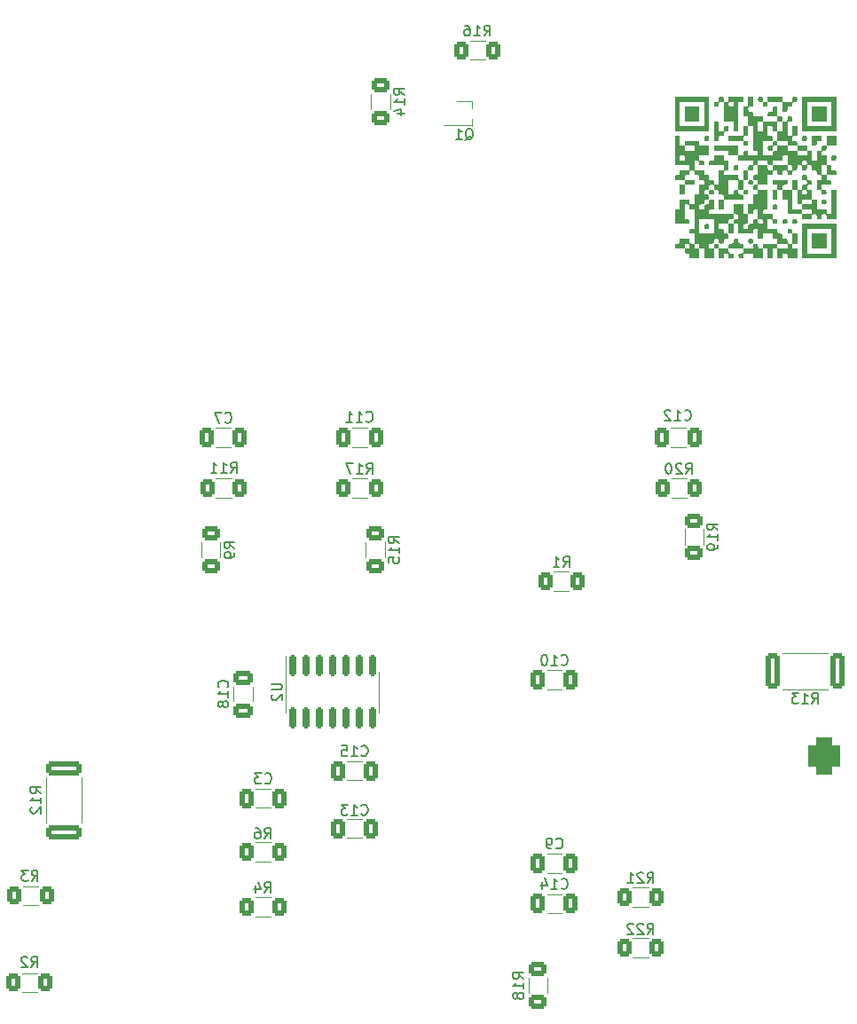
<source format=gbr>
%TF.GenerationSoftware,KiCad,Pcbnew,(5.99.0-12960-gccd3a1e6a9)*%
%TF.CreationDate,2021-11-17T23:12:52-08:00*%
%TF.ProjectId,Team2EpicDiceRoller,5465616d-3245-4706-9963-44696365526f,rev?*%
%TF.SameCoordinates,Original*%
%TF.FileFunction,Legend,Bot*%
%TF.FilePolarity,Positive*%
%FSLAX46Y46*%
G04 Gerber Fmt 4.6, Leading zero omitted, Abs format (unit mm)*
G04 Created by KiCad (PCBNEW (5.99.0-12960-gccd3a1e6a9)) date 2021-11-17 23:12:52*
%MOMM*%
%LPD*%
G01*
G04 APERTURE LIST*
G04 Aperture macros list*
%AMRoundRect*
0 Rectangle with rounded corners*
0 $1 Rounding radius*
0 $2 $3 $4 $5 $6 $7 $8 $9 X,Y pos of 4 corners*
0 Add a 4 corners polygon primitive as box body*
4,1,4,$2,$3,$4,$5,$6,$7,$8,$9,$2,$3,0*
0 Add four circle primitives for the rounded corners*
1,1,$1+$1,$2,$3*
1,1,$1+$1,$4,$5*
1,1,$1+$1,$6,$7*
1,1,$1+$1,$8,$9*
0 Add four rect primitives between the rounded corners*
20,1,$1+$1,$2,$3,$4,$5,0*
20,1,$1+$1,$4,$5,$6,$7,0*
20,1,$1+$1,$6,$7,$8,$9,0*
20,1,$1+$1,$8,$9,$2,$3,0*%
G04 Aperture macros list end*
%ADD10C,0.150000*%
%ADD11C,0.120000*%
%ADD12C,3.200000*%
%ADD13C,2.000000*%
%ADD14R,3.500000X4.000000*%
%ADD15RoundRect,0.750000X0.750000X1.000000X-0.750000X1.000000X-0.750000X-1.000000X0.750000X-1.000000X0*%
%ADD16R,2.200000X2.200000*%
%ADD17O,2.200000X2.200000*%
%ADD18R,1.600000X1.600000*%
%ADD19O,1.600000X1.600000*%
%ADD20C,1.600000*%
%ADD21C,1.500000*%
%ADD22R,2.625000X2.625000*%
%ADD23C,2.625000*%
%ADD24R,1.700000X1.700000*%
%ADD25O,1.700000X1.700000*%
%ADD26R,2.000000X2.000000*%
%ADD27R,3.200000X2.000000*%
%ADD28R,2.600000X2.000000*%
%ADD29RoundRect,0.250000X-0.400000X-0.625000X0.400000X-0.625000X0.400000X0.625000X-0.400000X0.625000X0*%
%ADD30RoundRect,0.250000X0.412500X0.650000X-0.412500X0.650000X-0.412500X-0.650000X0.412500X-0.650000X0*%
%ADD31RoundRect,0.250000X-0.412500X-0.650000X0.412500X-0.650000X0.412500X0.650000X-0.412500X0.650000X0*%
%ADD32RoundRect,0.250000X0.400000X0.625000X-0.400000X0.625000X-0.400000X-0.625000X0.400000X-0.625000X0*%
%ADD33RoundRect,0.250000X-0.625000X0.400000X-0.625000X-0.400000X0.625000X-0.400000X0.625000X0.400000X0*%
%ADD34RoundRect,0.250000X0.625000X-0.400000X0.625000X0.400000X-0.625000X0.400000X-0.625000X-0.400000X0*%
%ADD35R,1.500000X0.450000*%
%ADD36RoundRect,0.250000X-0.650000X0.412500X-0.650000X-0.412500X0.650000X-0.412500X0.650000X0.412500X0*%
%ADD37RoundRect,0.249999X-1.425001X0.450001X-1.425001X-0.450001X1.425001X-0.450001X1.425001X0.450001X0*%
%ADD38RoundRect,0.249999X-0.450001X-1.425001X0.450001X-1.425001X0.450001X1.425001X-0.450001X1.425001X0*%
%ADD39RoundRect,0.150000X-0.150000X0.825000X-0.150000X-0.825000X0.150000X-0.825000X0.150000X0.825000X0*%
G04 APERTURE END LIST*
D10*
%TO.C,R11*%
X120692857Y-70577380D02*
X121026190Y-70101190D01*
X121264285Y-70577380D02*
X121264285Y-69577380D01*
X120883333Y-69577380D01*
X120788095Y-69625000D01*
X120740476Y-69672619D01*
X120692857Y-69767857D01*
X120692857Y-69910714D01*
X120740476Y-70005952D01*
X120788095Y-70053571D01*
X120883333Y-70101190D01*
X121264285Y-70101190D01*
X119740476Y-70577380D02*
X120311904Y-70577380D01*
X120026190Y-70577380D02*
X120026190Y-69577380D01*
X120121428Y-69720238D01*
X120216666Y-69815476D01*
X120311904Y-69863095D01*
X118788095Y-70577380D02*
X119359523Y-70577380D01*
X119073809Y-70577380D02*
X119073809Y-69577380D01*
X119169047Y-69720238D01*
X119264285Y-69815476D01*
X119359523Y-69863095D01*
%TO.C,C7*%
X120141666Y-65707142D02*
X120189285Y-65754761D01*
X120332142Y-65802380D01*
X120427380Y-65802380D01*
X120570238Y-65754761D01*
X120665476Y-65659523D01*
X120713095Y-65564285D01*
X120760714Y-65373809D01*
X120760714Y-65230952D01*
X120713095Y-65040476D01*
X120665476Y-64945238D01*
X120570238Y-64850000D01*
X120427380Y-64802380D01*
X120332142Y-64802380D01*
X120189285Y-64850000D01*
X120141666Y-64897619D01*
X119808333Y-64802380D02*
X119141666Y-64802380D01*
X119570238Y-65802380D01*
%TO.C,C11*%
X133617857Y-65632142D02*
X133665476Y-65679761D01*
X133808333Y-65727380D01*
X133903571Y-65727380D01*
X134046428Y-65679761D01*
X134141666Y-65584523D01*
X134189285Y-65489285D01*
X134236904Y-65298809D01*
X134236904Y-65155952D01*
X134189285Y-64965476D01*
X134141666Y-64870238D01*
X134046428Y-64775000D01*
X133903571Y-64727380D01*
X133808333Y-64727380D01*
X133665476Y-64775000D01*
X133617857Y-64822619D01*
X132665476Y-65727380D02*
X133236904Y-65727380D01*
X132951190Y-65727380D02*
X132951190Y-64727380D01*
X133046428Y-64870238D01*
X133141666Y-64965476D01*
X133236904Y-65013095D01*
X131713095Y-65727380D02*
X132284523Y-65727380D01*
X131998809Y-65727380D02*
X131998809Y-64727380D01*
X132094047Y-64870238D01*
X132189285Y-64965476D01*
X132284523Y-65013095D01*
%TO.C,C12*%
X163987857Y-65482142D02*
X164035476Y-65529761D01*
X164178333Y-65577380D01*
X164273571Y-65577380D01*
X164416428Y-65529761D01*
X164511666Y-65434523D01*
X164559285Y-65339285D01*
X164606904Y-65148809D01*
X164606904Y-65005952D01*
X164559285Y-64815476D01*
X164511666Y-64720238D01*
X164416428Y-64625000D01*
X164273571Y-64577380D01*
X164178333Y-64577380D01*
X164035476Y-64625000D01*
X163987857Y-64672619D01*
X163035476Y-65577380D02*
X163606904Y-65577380D01*
X163321190Y-65577380D02*
X163321190Y-64577380D01*
X163416428Y-64720238D01*
X163511666Y-64815476D01*
X163606904Y-64863095D01*
X162654523Y-64672619D02*
X162606904Y-64625000D01*
X162511666Y-64577380D01*
X162273571Y-64577380D01*
X162178333Y-64625000D01*
X162130714Y-64672619D01*
X162083095Y-64767857D01*
X162083095Y-64863095D01*
X162130714Y-65005952D01*
X162702142Y-65577380D01*
X162083095Y-65577380D01*
%TO.C,R17*%
X133637857Y-70657380D02*
X133971190Y-70181190D01*
X134209285Y-70657380D02*
X134209285Y-69657380D01*
X133828333Y-69657380D01*
X133733095Y-69705000D01*
X133685476Y-69752619D01*
X133637857Y-69847857D01*
X133637857Y-69990714D01*
X133685476Y-70085952D01*
X133733095Y-70133571D01*
X133828333Y-70181190D01*
X134209285Y-70181190D01*
X132685476Y-70657380D02*
X133256904Y-70657380D01*
X132971190Y-70657380D02*
X132971190Y-69657380D01*
X133066428Y-69800238D01*
X133161666Y-69895476D01*
X133256904Y-69943095D01*
X132352142Y-69657380D02*
X131685476Y-69657380D01*
X132114047Y-70657380D01*
%TO.C,R18*%
X148632380Y-118857142D02*
X148156190Y-118523809D01*
X148632380Y-118285714D02*
X147632380Y-118285714D01*
X147632380Y-118666666D01*
X147680000Y-118761904D01*
X147727619Y-118809523D01*
X147822857Y-118857142D01*
X147965714Y-118857142D01*
X148060952Y-118809523D01*
X148108571Y-118761904D01*
X148156190Y-118666666D01*
X148156190Y-118285714D01*
X148632380Y-119809523D02*
X148632380Y-119238095D01*
X148632380Y-119523809D02*
X147632380Y-119523809D01*
X147775238Y-119428571D01*
X147870476Y-119333333D01*
X147918095Y-119238095D01*
X148060952Y-120380952D02*
X148013333Y-120285714D01*
X147965714Y-120238095D01*
X147870476Y-120190476D01*
X147822857Y-120190476D01*
X147727619Y-120238095D01*
X147680000Y-120285714D01*
X147632380Y-120380952D01*
X147632380Y-120571428D01*
X147680000Y-120666666D01*
X147727619Y-120714285D01*
X147822857Y-120761904D01*
X147870476Y-120761904D01*
X147965714Y-120714285D01*
X148013333Y-120666666D01*
X148060952Y-120571428D01*
X148060952Y-120380952D01*
X148108571Y-120285714D01*
X148156190Y-120238095D01*
X148251428Y-120190476D01*
X148441904Y-120190476D01*
X148537142Y-120238095D01*
X148584761Y-120285714D01*
X148632380Y-120380952D01*
X148632380Y-120571428D01*
X148584761Y-120666666D01*
X148537142Y-120714285D01*
X148441904Y-120761904D01*
X148251428Y-120761904D01*
X148156190Y-120714285D01*
X148108571Y-120666666D01*
X148060952Y-120571428D01*
%TO.C,R1*%
X152416666Y-79557380D02*
X152750000Y-79081190D01*
X152988095Y-79557380D02*
X152988095Y-78557380D01*
X152607142Y-78557380D01*
X152511904Y-78605000D01*
X152464285Y-78652619D01*
X152416666Y-78747857D01*
X152416666Y-78890714D01*
X152464285Y-78985952D01*
X152511904Y-79033571D01*
X152607142Y-79081190D01*
X152988095Y-79081190D01*
X151464285Y-79557380D02*
X152035714Y-79557380D01*
X151750000Y-79557380D02*
X151750000Y-78557380D01*
X151845238Y-78700238D01*
X151940476Y-78795476D01*
X152035714Y-78843095D01*
%TO.C,R19*%
X167172380Y-76032142D02*
X166696190Y-75698809D01*
X167172380Y-75460714D02*
X166172380Y-75460714D01*
X166172380Y-75841666D01*
X166220000Y-75936904D01*
X166267619Y-75984523D01*
X166362857Y-76032142D01*
X166505714Y-76032142D01*
X166600952Y-75984523D01*
X166648571Y-75936904D01*
X166696190Y-75841666D01*
X166696190Y-75460714D01*
X167172380Y-76984523D02*
X167172380Y-76413095D01*
X167172380Y-76698809D02*
X166172380Y-76698809D01*
X166315238Y-76603571D01*
X166410476Y-76508333D01*
X166458095Y-76413095D01*
X167172380Y-77460714D02*
X167172380Y-77651190D01*
X167124761Y-77746428D01*
X167077142Y-77794047D01*
X166934285Y-77889285D01*
X166743809Y-77936904D01*
X166362857Y-77936904D01*
X166267619Y-77889285D01*
X166220000Y-77841666D01*
X166172380Y-77746428D01*
X166172380Y-77555952D01*
X166220000Y-77460714D01*
X166267619Y-77413095D01*
X166362857Y-77365476D01*
X166600952Y-77365476D01*
X166696190Y-77413095D01*
X166743809Y-77460714D01*
X166791428Y-77555952D01*
X166791428Y-77746428D01*
X166743809Y-77841666D01*
X166696190Y-77889285D01*
X166600952Y-77936904D01*
%TO.C,C9*%
X151741666Y-106332142D02*
X151789285Y-106379761D01*
X151932142Y-106427380D01*
X152027380Y-106427380D01*
X152170238Y-106379761D01*
X152265476Y-106284523D01*
X152313095Y-106189285D01*
X152360714Y-105998809D01*
X152360714Y-105855952D01*
X152313095Y-105665476D01*
X152265476Y-105570238D01*
X152170238Y-105475000D01*
X152027380Y-105427380D01*
X151932142Y-105427380D01*
X151789285Y-105475000D01*
X151741666Y-105522619D01*
X151265476Y-106427380D02*
X151075000Y-106427380D01*
X150979761Y-106379761D01*
X150932142Y-106332142D01*
X150836904Y-106189285D01*
X150789285Y-105998809D01*
X150789285Y-105617857D01*
X150836904Y-105522619D01*
X150884523Y-105475000D01*
X150979761Y-105427380D01*
X151170238Y-105427380D01*
X151265476Y-105475000D01*
X151313095Y-105522619D01*
X151360714Y-105617857D01*
X151360714Y-105855952D01*
X151313095Y-105951190D01*
X151265476Y-105998809D01*
X151170238Y-106046428D01*
X150979761Y-106046428D01*
X150884523Y-105998809D01*
X150836904Y-105951190D01*
X150789285Y-105855952D01*
%TO.C,Q1*%
X143070238Y-38822619D02*
X143165476Y-38775000D01*
X143260714Y-38679761D01*
X143403571Y-38536904D01*
X143498809Y-38489285D01*
X143594047Y-38489285D01*
X143546428Y-38727380D02*
X143641666Y-38679761D01*
X143736904Y-38584523D01*
X143784523Y-38394047D01*
X143784523Y-38060714D01*
X143736904Y-37870238D01*
X143641666Y-37775000D01*
X143546428Y-37727380D01*
X143355952Y-37727380D01*
X143260714Y-37775000D01*
X143165476Y-37870238D01*
X143117857Y-38060714D01*
X143117857Y-38394047D01*
X143165476Y-38584523D01*
X143260714Y-38679761D01*
X143355952Y-38727380D01*
X143546428Y-38727380D01*
X142165476Y-38727380D02*
X142736904Y-38727380D01*
X142451190Y-38727380D02*
X142451190Y-37727380D01*
X142546428Y-37870238D01*
X142641666Y-37965476D01*
X142736904Y-38013095D01*
%TO.C,R20*%
X164092857Y-70657380D02*
X164426190Y-70181190D01*
X164664285Y-70657380D02*
X164664285Y-69657380D01*
X164283333Y-69657380D01*
X164188095Y-69705000D01*
X164140476Y-69752619D01*
X164092857Y-69847857D01*
X164092857Y-69990714D01*
X164140476Y-70085952D01*
X164188095Y-70133571D01*
X164283333Y-70181190D01*
X164664285Y-70181190D01*
X163711904Y-69752619D02*
X163664285Y-69705000D01*
X163569047Y-69657380D01*
X163330952Y-69657380D01*
X163235714Y-69705000D01*
X163188095Y-69752619D01*
X163140476Y-69847857D01*
X163140476Y-69943095D01*
X163188095Y-70085952D01*
X163759523Y-70657380D01*
X163140476Y-70657380D01*
X162521428Y-69657380D02*
X162426190Y-69657380D01*
X162330952Y-69705000D01*
X162283333Y-69752619D01*
X162235714Y-69847857D01*
X162188095Y-70038333D01*
X162188095Y-70276428D01*
X162235714Y-70466904D01*
X162283333Y-70562142D01*
X162330952Y-70609761D01*
X162426190Y-70657380D01*
X162521428Y-70657380D01*
X162616666Y-70609761D01*
X162664285Y-70562142D01*
X162711904Y-70466904D01*
X162759523Y-70276428D01*
X162759523Y-70038333D01*
X162711904Y-69847857D01*
X162664285Y-69752619D01*
X162616666Y-69705000D01*
X162521428Y-69657380D01*
%TO.C,R16*%
X144867857Y-28882380D02*
X145201190Y-28406190D01*
X145439285Y-28882380D02*
X145439285Y-27882380D01*
X145058333Y-27882380D01*
X144963095Y-27930000D01*
X144915476Y-27977619D01*
X144867857Y-28072857D01*
X144867857Y-28215714D01*
X144915476Y-28310952D01*
X144963095Y-28358571D01*
X145058333Y-28406190D01*
X145439285Y-28406190D01*
X143915476Y-28882380D02*
X144486904Y-28882380D01*
X144201190Y-28882380D02*
X144201190Y-27882380D01*
X144296428Y-28025238D01*
X144391666Y-28120476D01*
X144486904Y-28168095D01*
X143058333Y-27882380D02*
X143248809Y-27882380D01*
X143344047Y-27930000D01*
X143391666Y-27977619D01*
X143486904Y-28120476D01*
X143534523Y-28310952D01*
X143534523Y-28691904D01*
X143486904Y-28787142D01*
X143439285Y-28834761D01*
X143344047Y-28882380D01*
X143153571Y-28882380D01*
X143058333Y-28834761D01*
X143010714Y-28787142D01*
X142963095Y-28691904D01*
X142963095Y-28453809D01*
X143010714Y-28358571D01*
X143058333Y-28310952D01*
X143153571Y-28263333D01*
X143344047Y-28263333D01*
X143439285Y-28310952D01*
X143486904Y-28358571D01*
X143534523Y-28453809D01*
%TO.C,R15*%
X136772380Y-77282142D02*
X136296190Y-76948809D01*
X136772380Y-76710714D02*
X135772380Y-76710714D01*
X135772380Y-77091666D01*
X135820000Y-77186904D01*
X135867619Y-77234523D01*
X135962857Y-77282142D01*
X136105714Y-77282142D01*
X136200952Y-77234523D01*
X136248571Y-77186904D01*
X136296190Y-77091666D01*
X136296190Y-76710714D01*
X136772380Y-78234523D02*
X136772380Y-77663095D01*
X136772380Y-77948809D02*
X135772380Y-77948809D01*
X135915238Y-77853571D01*
X136010476Y-77758333D01*
X136058095Y-77663095D01*
X135772380Y-79139285D02*
X135772380Y-78663095D01*
X136248571Y-78615476D01*
X136200952Y-78663095D01*
X136153333Y-78758333D01*
X136153333Y-78996428D01*
X136200952Y-79091666D01*
X136248571Y-79139285D01*
X136343809Y-79186904D01*
X136581904Y-79186904D01*
X136677142Y-79139285D01*
X136724761Y-79091666D01*
X136772380Y-78996428D01*
X136772380Y-78758333D01*
X136724761Y-78663095D01*
X136677142Y-78615476D01*
%TO.C,R4*%
X123911666Y-110632380D02*
X124245000Y-110156190D01*
X124483095Y-110632380D02*
X124483095Y-109632380D01*
X124102142Y-109632380D01*
X124006904Y-109680000D01*
X123959285Y-109727619D01*
X123911666Y-109822857D01*
X123911666Y-109965714D01*
X123959285Y-110060952D01*
X124006904Y-110108571D01*
X124102142Y-110156190D01*
X124483095Y-110156190D01*
X123054523Y-109965714D02*
X123054523Y-110632380D01*
X123292619Y-109584761D02*
X123530714Y-110299047D01*
X122911666Y-110299047D01*
%TO.C,C3*%
X123941666Y-100132142D02*
X123989285Y-100179761D01*
X124132142Y-100227380D01*
X124227380Y-100227380D01*
X124370238Y-100179761D01*
X124465476Y-100084523D01*
X124513095Y-99989285D01*
X124560714Y-99798809D01*
X124560714Y-99655952D01*
X124513095Y-99465476D01*
X124465476Y-99370238D01*
X124370238Y-99275000D01*
X124227380Y-99227380D01*
X124132142Y-99227380D01*
X123989285Y-99275000D01*
X123941666Y-99322619D01*
X123608333Y-99227380D02*
X122989285Y-99227380D01*
X123322619Y-99608333D01*
X123179761Y-99608333D01*
X123084523Y-99655952D01*
X123036904Y-99703571D01*
X122989285Y-99798809D01*
X122989285Y-100036904D01*
X123036904Y-100132142D01*
X123084523Y-100179761D01*
X123179761Y-100227380D01*
X123465476Y-100227380D01*
X123560714Y-100179761D01*
X123608333Y-100132142D01*
%TO.C,R2*%
X101641666Y-117752380D02*
X101975000Y-117276190D01*
X102213095Y-117752380D02*
X102213095Y-116752380D01*
X101832142Y-116752380D01*
X101736904Y-116800000D01*
X101689285Y-116847619D01*
X101641666Y-116942857D01*
X101641666Y-117085714D01*
X101689285Y-117180952D01*
X101736904Y-117228571D01*
X101832142Y-117276190D01*
X102213095Y-117276190D01*
X101260714Y-116847619D02*
X101213095Y-116800000D01*
X101117857Y-116752380D01*
X100879761Y-116752380D01*
X100784523Y-116800000D01*
X100736904Y-116847619D01*
X100689285Y-116942857D01*
X100689285Y-117038095D01*
X100736904Y-117180952D01*
X101308333Y-117752380D01*
X100689285Y-117752380D01*
%TO.C,C18*%
X120357142Y-91032142D02*
X120404761Y-90984523D01*
X120452380Y-90841666D01*
X120452380Y-90746428D01*
X120404761Y-90603571D01*
X120309523Y-90508333D01*
X120214285Y-90460714D01*
X120023809Y-90413095D01*
X119880952Y-90413095D01*
X119690476Y-90460714D01*
X119595238Y-90508333D01*
X119500000Y-90603571D01*
X119452380Y-90746428D01*
X119452380Y-90841666D01*
X119500000Y-90984523D01*
X119547619Y-91032142D01*
X120452380Y-91984523D02*
X120452380Y-91413095D01*
X120452380Y-91698809D02*
X119452380Y-91698809D01*
X119595238Y-91603571D01*
X119690476Y-91508333D01*
X119738095Y-91413095D01*
X119880952Y-92555952D02*
X119833333Y-92460714D01*
X119785714Y-92413095D01*
X119690476Y-92365476D01*
X119642857Y-92365476D01*
X119547619Y-92413095D01*
X119500000Y-92460714D01*
X119452380Y-92555952D01*
X119452380Y-92746428D01*
X119500000Y-92841666D01*
X119547619Y-92889285D01*
X119642857Y-92936904D01*
X119690476Y-92936904D01*
X119785714Y-92889285D01*
X119833333Y-92841666D01*
X119880952Y-92746428D01*
X119880952Y-92555952D01*
X119928571Y-92460714D01*
X119976190Y-92413095D01*
X120071428Y-92365476D01*
X120261904Y-92365476D01*
X120357142Y-92413095D01*
X120404761Y-92460714D01*
X120452380Y-92555952D01*
X120452380Y-92746428D01*
X120404761Y-92841666D01*
X120357142Y-92889285D01*
X120261904Y-92936904D01*
X120071428Y-92936904D01*
X119976190Y-92889285D01*
X119928571Y-92841666D01*
X119880952Y-92746428D01*
%TO.C,R21*%
X160442857Y-109682380D02*
X160776190Y-109206190D01*
X161014285Y-109682380D02*
X161014285Y-108682380D01*
X160633333Y-108682380D01*
X160538095Y-108730000D01*
X160490476Y-108777619D01*
X160442857Y-108872857D01*
X160442857Y-109015714D01*
X160490476Y-109110952D01*
X160538095Y-109158571D01*
X160633333Y-109206190D01*
X161014285Y-109206190D01*
X160061904Y-108777619D02*
X160014285Y-108730000D01*
X159919047Y-108682380D01*
X159680952Y-108682380D01*
X159585714Y-108730000D01*
X159538095Y-108777619D01*
X159490476Y-108872857D01*
X159490476Y-108968095D01*
X159538095Y-109110952D01*
X160109523Y-109682380D01*
X159490476Y-109682380D01*
X158538095Y-109682380D02*
X159109523Y-109682380D01*
X158823809Y-109682380D02*
X158823809Y-108682380D01*
X158919047Y-108825238D01*
X159014285Y-108920476D01*
X159109523Y-108968095D01*
%TO.C,R22*%
X160442857Y-114577380D02*
X160776190Y-114101190D01*
X161014285Y-114577380D02*
X161014285Y-113577380D01*
X160633333Y-113577380D01*
X160538095Y-113625000D01*
X160490476Y-113672619D01*
X160442857Y-113767857D01*
X160442857Y-113910714D01*
X160490476Y-114005952D01*
X160538095Y-114053571D01*
X160633333Y-114101190D01*
X161014285Y-114101190D01*
X160061904Y-113672619D02*
X160014285Y-113625000D01*
X159919047Y-113577380D01*
X159680952Y-113577380D01*
X159585714Y-113625000D01*
X159538095Y-113672619D01*
X159490476Y-113767857D01*
X159490476Y-113863095D01*
X159538095Y-114005952D01*
X160109523Y-114577380D01*
X159490476Y-114577380D01*
X159109523Y-113672619D02*
X159061904Y-113625000D01*
X158966666Y-113577380D01*
X158728571Y-113577380D01*
X158633333Y-113625000D01*
X158585714Y-113672619D01*
X158538095Y-113767857D01*
X158538095Y-113863095D01*
X158585714Y-114005952D01*
X159157142Y-114577380D01*
X158538095Y-114577380D01*
%TO.C,C15*%
X133142857Y-97507142D02*
X133190476Y-97554761D01*
X133333333Y-97602380D01*
X133428571Y-97602380D01*
X133571428Y-97554761D01*
X133666666Y-97459523D01*
X133714285Y-97364285D01*
X133761904Y-97173809D01*
X133761904Y-97030952D01*
X133714285Y-96840476D01*
X133666666Y-96745238D01*
X133571428Y-96650000D01*
X133428571Y-96602380D01*
X133333333Y-96602380D01*
X133190476Y-96650000D01*
X133142857Y-96697619D01*
X132190476Y-97602380D02*
X132761904Y-97602380D01*
X132476190Y-97602380D02*
X132476190Y-96602380D01*
X132571428Y-96745238D01*
X132666666Y-96840476D01*
X132761904Y-96888095D01*
X131285714Y-96602380D02*
X131761904Y-96602380D01*
X131809523Y-97078571D01*
X131761904Y-97030952D01*
X131666666Y-96983333D01*
X131428571Y-96983333D01*
X131333333Y-97030952D01*
X131285714Y-97078571D01*
X131238095Y-97173809D01*
X131238095Y-97411904D01*
X131285714Y-97507142D01*
X131333333Y-97554761D01*
X131428571Y-97602380D01*
X131666666Y-97602380D01*
X131761904Y-97554761D01*
X131809523Y-97507142D01*
%TO.C,C14*%
X152217857Y-110182142D02*
X152265476Y-110229761D01*
X152408333Y-110277380D01*
X152503571Y-110277380D01*
X152646428Y-110229761D01*
X152741666Y-110134523D01*
X152789285Y-110039285D01*
X152836904Y-109848809D01*
X152836904Y-109705952D01*
X152789285Y-109515476D01*
X152741666Y-109420238D01*
X152646428Y-109325000D01*
X152503571Y-109277380D01*
X152408333Y-109277380D01*
X152265476Y-109325000D01*
X152217857Y-109372619D01*
X151265476Y-110277380D02*
X151836904Y-110277380D01*
X151551190Y-110277380D02*
X151551190Y-109277380D01*
X151646428Y-109420238D01*
X151741666Y-109515476D01*
X151836904Y-109563095D01*
X150408333Y-109610714D02*
X150408333Y-110277380D01*
X150646428Y-109229761D02*
X150884523Y-109944047D01*
X150265476Y-109944047D01*
%TO.C,C13*%
X133142857Y-103132142D02*
X133190476Y-103179761D01*
X133333333Y-103227380D01*
X133428571Y-103227380D01*
X133571428Y-103179761D01*
X133666666Y-103084523D01*
X133714285Y-102989285D01*
X133761904Y-102798809D01*
X133761904Y-102655952D01*
X133714285Y-102465476D01*
X133666666Y-102370238D01*
X133571428Y-102275000D01*
X133428571Y-102227380D01*
X133333333Y-102227380D01*
X133190476Y-102275000D01*
X133142857Y-102322619D01*
X132190476Y-103227380D02*
X132761904Y-103227380D01*
X132476190Y-103227380D02*
X132476190Y-102227380D01*
X132571428Y-102370238D01*
X132666666Y-102465476D01*
X132761904Y-102513095D01*
X131857142Y-102227380D02*
X131238095Y-102227380D01*
X131571428Y-102608333D01*
X131428571Y-102608333D01*
X131333333Y-102655952D01*
X131285714Y-102703571D01*
X131238095Y-102798809D01*
X131238095Y-103036904D01*
X131285714Y-103132142D01*
X131333333Y-103179761D01*
X131428571Y-103227380D01*
X131714285Y-103227380D01*
X131809523Y-103179761D01*
X131857142Y-103132142D01*
%TO.C,R14*%
X137272380Y-34507142D02*
X136796190Y-34173809D01*
X137272380Y-33935714D02*
X136272380Y-33935714D01*
X136272380Y-34316666D01*
X136320000Y-34411904D01*
X136367619Y-34459523D01*
X136462857Y-34507142D01*
X136605714Y-34507142D01*
X136700952Y-34459523D01*
X136748571Y-34411904D01*
X136796190Y-34316666D01*
X136796190Y-33935714D01*
X137272380Y-35459523D02*
X137272380Y-34888095D01*
X137272380Y-35173809D02*
X136272380Y-35173809D01*
X136415238Y-35078571D01*
X136510476Y-34983333D01*
X136558095Y-34888095D01*
X136605714Y-36316666D02*
X137272380Y-36316666D01*
X136224761Y-36078571D02*
X136939047Y-35840476D01*
X136939047Y-36459523D01*
%TO.C,R12*%
X102582380Y-101157142D02*
X102106190Y-100823809D01*
X102582380Y-100585714D02*
X101582380Y-100585714D01*
X101582380Y-100966666D01*
X101630000Y-101061904D01*
X101677619Y-101109523D01*
X101772857Y-101157142D01*
X101915714Y-101157142D01*
X102010952Y-101109523D01*
X102058571Y-101061904D01*
X102106190Y-100966666D01*
X102106190Y-100585714D01*
X102582380Y-102109523D02*
X102582380Y-101538095D01*
X102582380Y-101823809D02*
X101582380Y-101823809D01*
X101725238Y-101728571D01*
X101820476Y-101633333D01*
X101868095Y-101538095D01*
X101677619Y-102490476D02*
X101630000Y-102538095D01*
X101582380Y-102633333D01*
X101582380Y-102871428D01*
X101630000Y-102966666D01*
X101677619Y-103014285D01*
X101772857Y-103061904D01*
X101868095Y-103061904D01*
X102010952Y-103014285D01*
X102582380Y-102442857D01*
X102582380Y-103061904D01*
%TO.C,C10*%
X152217857Y-88832142D02*
X152265476Y-88879761D01*
X152408333Y-88927380D01*
X152503571Y-88927380D01*
X152646428Y-88879761D01*
X152741666Y-88784523D01*
X152789285Y-88689285D01*
X152836904Y-88498809D01*
X152836904Y-88355952D01*
X152789285Y-88165476D01*
X152741666Y-88070238D01*
X152646428Y-87975000D01*
X152503571Y-87927380D01*
X152408333Y-87927380D01*
X152265476Y-87975000D01*
X152217857Y-88022619D01*
X151265476Y-88927380D02*
X151836904Y-88927380D01*
X151551190Y-88927380D02*
X151551190Y-87927380D01*
X151646428Y-88070238D01*
X151741666Y-88165476D01*
X151836904Y-88213095D01*
X150646428Y-87927380D02*
X150551190Y-87927380D01*
X150455952Y-87975000D01*
X150408333Y-88022619D01*
X150360714Y-88117857D01*
X150313095Y-88308333D01*
X150313095Y-88546428D01*
X150360714Y-88736904D01*
X150408333Y-88832142D01*
X150455952Y-88879761D01*
X150551190Y-88927380D01*
X150646428Y-88927380D01*
X150741666Y-88879761D01*
X150789285Y-88832142D01*
X150836904Y-88736904D01*
X150884523Y-88546428D01*
X150884523Y-88308333D01*
X150836904Y-88117857D01*
X150789285Y-88022619D01*
X150741666Y-87975000D01*
X150646428Y-87927380D01*
%TO.C,R13*%
X176142857Y-92572380D02*
X176476190Y-92096190D01*
X176714285Y-92572380D02*
X176714285Y-91572380D01*
X176333333Y-91572380D01*
X176238095Y-91620000D01*
X176190476Y-91667619D01*
X176142857Y-91762857D01*
X176142857Y-91905714D01*
X176190476Y-92000952D01*
X176238095Y-92048571D01*
X176333333Y-92096190D01*
X176714285Y-92096190D01*
X175190476Y-92572380D02*
X175761904Y-92572380D01*
X175476190Y-92572380D02*
X175476190Y-91572380D01*
X175571428Y-91715238D01*
X175666666Y-91810476D01*
X175761904Y-91858095D01*
X174857142Y-91572380D02*
X174238095Y-91572380D01*
X174571428Y-91953333D01*
X174428571Y-91953333D01*
X174333333Y-92000952D01*
X174285714Y-92048571D01*
X174238095Y-92143809D01*
X174238095Y-92381904D01*
X174285714Y-92477142D01*
X174333333Y-92524761D01*
X174428571Y-92572380D01*
X174714285Y-92572380D01*
X174809523Y-92524761D01*
X174857142Y-92477142D01*
%TO.C,R3*%
X101691666Y-109502380D02*
X102025000Y-109026190D01*
X102263095Y-109502380D02*
X102263095Y-108502380D01*
X101882142Y-108502380D01*
X101786904Y-108550000D01*
X101739285Y-108597619D01*
X101691666Y-108692857D01*
X101691666Y-108835714D01*
X101739285Y-108930952D01*
X101786904Y-108978571D01*
X101882142Y-109026190D01*
X102263095Y-109026190D01*
X101358333Y-108502380D02*
X100739285Y-108502380D01*
X101072619Y-108883333D01*
X100929761Y-108883333D01*
X100834523Y-108930952D01*
X100786904Y-108978571D01*
X100739285Y-109073809D01*
X100739285Y-109311904D01*
X100786904Y-109407142D01*
X100834523Y-109454761D01*
X100929761Y-109502380D01*
X101215476Y-109502380D01*
X101310714Y-109454761D01*
X101358333Y-109407142D01*
%TO.C,R6*%
X123911666Y-105452380D02*
X124245000Y-104976190D01*
X124483095Y-105452380D02*
X124483095Y-104452380D01*
X124102142Y-104452380D01*
X124006904Y-104500000D01*
X123959285Y-104547619D01*
X123911666Y-104642857D01*
X123911666Y-104785714D01*
X123959285Y-104880952D01*
X124006904Y-104928571D01*
X124102142Y-104976190D01*
X124483095Y-104976190D01*
X123054523Y-104452380D02*
X123245000Y-104452380D01*
X123340238Y-104500000D01*
X123387857Y-104547619D01*
X123483095Y-104690476D01*
X123530714Y-104880952D01*
X123530714Y-105261904D01*
X123483095Y-105357142D01*
X123435476Y-105404761D01*
X123340238Y-105452380D01*
X123149761Y-105452380D01*
X123054523Y-105404761D01*
X123006904Y-105357142D01*
X122959285Y-105261904D01*
X122959285Y-105023809D01*
X123006904Y-104928571D01*
X123054523Y-104880952D01*
X123149761Y-104833333D01*
X123340238Y-104833333D01*
X123435476Y-104880952D01*
X123483095Y-104928571D01*
X123530714Y-105023809D01*
%TO.C,R9*%
X121047380Y-77758333D02*
X120571190Y-77425000D01*
X121047380Y-77186904D02*
X120047380Y-77186904D01*
X120047380Y-77567857D01*
X120095000Y-77663095D01*
X120142619Y-77710714D01*
X120237857Y-77758333D01*
X120380714Y-77758333D01*
X120475952Y-77710714D01*
X120523571Y-77663095D01*
X120571190Y-77567857D01*
X120571190Y-77186904D01*
X121047380Y-78234523D02*
X121047380Y-78425000D01*
X120999761Y-78520238D01*
X120952142Y-78567857D01*
X120809285Y-78663095D01*
X120618809Y-78710714D01*
X120237857Y-78710714D01*
X120142619Y-78663095D01*
X120095000Y-78615476D01*
X120047380Y-78520238D01*
X120047380Y-78329761D01*
X120095000Y-78234523D01*
X120142619Y-78186904D01*
X120237857Y-78139285D01*
X120475952Y-78139285D01*
X120571190Y-78186904D01*
X120618809Y-78234523D01*
X120666428Y-78329761D01*
X120666428Y-78520238D01*
X120618809Y-78615476D01*
X120571190Y-78663095D01*
X120475952Y-78710714D01*
%TO.C,U2*%
X124572380Y-90713095D02*
X125381904Y-90713095D01*
X125477142Y-90760714D01*
X125524761Y-90808333D01*
X125572380Y-90903571D01*
X125572380Y-91094047D01*
X125524761Y-91189285D01*
X125477142Y-91236904D01*
X125381904Y-91284523D01*
X124572380Y-91284523D01*
X124667619Y-91713095D02*
X124620000Y-91760714D01*
X124572380Y-91855952D01*
X124572380Y-92094047D01*
X124620000Y-92189285D01*
X124667619Y-92236904D01*
X124762857Y-92284523D01*
X124858095Y-92284523D01*
X125000952Y-92236904D01*
X125572380Y-91665476D01*
X125572380Y-92284523D01*
D11*
%TO.C,R11*%
X119267936Y-71115000D02*
X120722064Y-71115000D01*
X119267936Y-72935000D02*
X120722064Y-72935000D01*
%TO.C,C7*%
X120686252Y-68110000D02*
X119263748Y-68110000D01*
X120686252Y-66290000D02*
X119263748Y-66290000D01*
%TO.C,C11*%
X132263748Y-68110000D02*
X133686252Y-68110000D01*
X132263748Y-66290000D02*
X133686252Y-66290000D01*
%TO.C,C12*%
X162663748Y-66290000D02*
X164086252Y-66290000D01*
X162663748Y-68110000D02*
X164086252Y-68110000D01*
%TO.C,R17*%
X133722064Y-72935000D02*
X132267936Y-72935000D01*
X133722064Y-71115000D02*
X132267936Y-71115000D01*
%TO.C,G\u002A\u002A\u002A*%
G36*
X168926093Y-41233363D02*
G01*
X169073121Y-41246144D01*
X169131346Y-41310279D01*
X169141666Y-41466667D01*
X169141637Y-41484427D01*
X169128856Y-41631455D01*
X169064721Y-41689680D01*
X168908333Y-41700000D01*
X168890573Y-41699971D01*
X168743545Y-41687190D01*
X168685320Y-41623054D01*
X168675000Y-41466667D01*
X168675029Y-41448907D01*
X168687810Y-41301879D01*
X168751946Y-41243654D01*
X168908333Y-41233334D01*
X168926093Y-41233363D01*
G37*
G36*
X172659427Y-38900029D02*
G01*
X172806454Y-38912810D01*
X172864680Y-38976946D01*
X172875000Y-39133334D01*
X172874971Y-39151094D01*
X172862190Y-39298121D01*
X172798054Y-39356347D01*
X172641666Y-39366667D01*
X172623906Y-39366696D01*
X172476879Y-39379477D01*
X172418653Y-39443613D01*
X172408333Y-39600000D01*
X172408304Y-39617760D01*
X172395523Y-39764788D01*
X172331387Y-39823013D01*
X172175000Y-39833334D01*
X172157240Y-39833304D01*
X172010212Y-39820523D01*
X171951987Y-39756388D01*
X171941666Y-39600000D01*
X171941696Y-39582240D01*
X171954477Y-39435212D01*
X172018612Y-39376987D01*
X172175000Y-39366667D01*
X172192760Y-39366638D01*
X172339788Y-39353857D01*
X172398013Y-39289721D01*
X172408333Y-39133334D01*
X172408362Y-39115573D01*
X172421143Y-38968546D01*
X172485279Y-38910320D01*
X172641666Y-38900000D01*
X172659427Y-38900029D01*
G37*
G36*
X176141666Y-44500000D02*
G01*
X176608333Y-44500000D01*
X176608333Y-45433334D01*
X177541666Y-45433334D01*
X177541666Y-45666667D01*
X177541696Y-45684427D01*
X177554477Y-45831455D01*
X177618612Y-45889680D01*
X177775000Y-45900000D01*
X178008333Y-45900000D01*
X178008333Y-43566667D01*
X178475000Y-43566667D01*
X178475000Y-46366667D01*
X177541666Y-46366667D01*
X177541666Y-46133334D01*
X177541637Y-46115573D01*
X177528856Y-45968546D01*
X177464721Y-45910320D01*
X177308333Y-45900000D01*
X177290573Y-45900029D01*
X177143545Y-45912810D01*
X177085320Y-45976946D01*
X177075000Y-46133334D01*
X177074971Y-46151094D01*
X177062190Y-46298121D01*
X176998054Y-46356347D01*
X176841666Y-46366667D01*
X176823906Y-46366638D01*
X176676879Y-46353857D01*
X176618653Y-46289721D01*
X176608333Y-46133334D01*
X176608304Y-46115573D01*
X176595523Y-45968546D01*
X176531387Y-45910320D01*
X176375000Y-45900000D01*
X176357240Y-45900029D01*
X176210212Y-45912810D01*
X176151987Y-45976946D01*
X176141666Y-46133334D01*
X176141666Y-46366667D01*
X175208333Y-46366667D01*
X175208333Y-45900000D01*
X176141666Y-45900000D01*
X176141666Y-45433334D01*
X175208333Y-45433334D01*
X175208333Y-45900000D01*
X173808333Y-45900000D01*
X173808333Y-44500000D01*
X173341666Y-44500000D01*
X173341666Y-43566667D01*
X174275000Y-43566667D01*
X174275000Y-42633334D01*
X174741666Y-42633334D01*
X174741666Y-43566667D01*
X174975000Y-43566667D01*
X174992760Y-43566638D01*
X175139788Y-43553857D01*
X175198013Y-43489721D01*
X175208333Y-43333334D01*
X175208362Y-43315573D01*
X175221143Y-43168546D01*
X175285279Y-43110320D01*
X175441666Y-43100000D01*
X175459427Y-43099971D01*
X175606454Y-43087190D01*
X175664680Y-43023054D01*
X175675000Y-42866667D01*
X175674971Y-42848907D01*
X175662190Y-42701879D01*
X175598054Y-42643654D01*
X175441666Y-42633334D01*
X175423906Y-42633304D01*
X175276879Y-42620523D01*
X175218653Y-42556388D01*
X175208333Y-42400000D01*
X175208362Y-42382240D01*
X175221143Y-42235212D01*
X175285279Y-42176987D01*
X175441666Y-42166667D01*
X175459427Y-42166696D01*
X175606454Y-42179477D01*
X175664680Y-42243613D01*
X175675000Y-42400000D01*
X175675029Y-42417760D01*
X175687810Y-42564788D01*
X175751946Y-42623013D01*
X175908333Y-42633334D01*
X175926093Y-42633363D01*
X176073121Y-42646144D01*
X176131346Y-42710279D01*
X176141666Y-42866667D01*
X176141637Y-42884427D01*
X176128856Y-43031455D01*
X176064721Y-43089680D01*
X175908333Y-43100000D01*
X175890573Y-43100029D01*
X175743545Y-43112810D01*
X175685320Y-43176946D01*
X175675000Y-43333334D01*
X175675029Y-43351094D01*
X175687810Y-43498121D01*
X175751946Y-43556347D01*
X175908333Y-43566667D01*
X176141666Y-43566667D01*
X176141666Y-44500000D01*
X175208333Y-44500000D01*
X175208333Y-44733334D01*
X175208304Y-44751094D01*
X175195523Y-44898121D01*
X175131387Y-44956347D01*
X174975000Y-44966667D01*
X174741666Y-44966667D01*
X174741666Y-43800000D01*
X175208333Y-43800000D01*
X175208362Y-43817760D01*
X175221143Y-43964788D01*
X175285279Y-44023013D01*
X175441666Y-44033334D01*
X175459427Y-44033304D01*
X175606454Y-44020523D01*
X175664680Y-43956388D01*
X175675000Y-43800000D01*
X175674971Y-43782240D01*
X175662190Y-43635212D01*
X175598054Y-43576987D01*
X175441666Y-43566667D01*
X175423906Y-43566696D01*
X175276879Y-43579477D01*
X175218653Y-43643613D01*
X175208333Y-43800000D01*
X174741666Y-43800000D01*
X174741666Y-43566667D01*
X174275000Y-43566667D01*
X174275000Y-45433334D01*
X175208333Y-45433334D01*
X175208333Y-44966667D01*
X176141666Y-44966667D01*
X176141666Y-44500000D01*
G37*
G36*
X163075000Y-37966667D02*
G01*
X163075000Y-37500000D01*
X163541666Y-37500000D01*
X165875000Y-37500000D01*
X165875000Y-35166667D01*
X163541666Y-35166667D01*
X163541666Y-37500000D01*
X163075000Y-37500000D01*
X163075000Y-34700000D01*
X166341666Y-34700000D01*
X166341666Y-37966667D01*
X163075000Y-37966667D01*
G37*
G36*
X175208333Y-50100000D02*
G01*
X175208333Y-49633334D01*
X175675000Y-49633334D01*
X178008333Y-49633334D01*
X178008333Y-47300000D01*
X175675000Y-47300000D01*
X175675000Y-49633334D01*
X175208333Y-49633334D01*
X175208333Y-46833334D01*
X178475000Y-46833334D01*
X178475000Y-50100000D01*
X175208333Y-50100000D01*
G37*
G36*
X178475000Y-39366667D02*
G01*
X177541666Y-39366667D01*
X177541666Y-38433334D01*
X178475000Y-38433334D01*
X178475000Y-39366667D01*
G37*
G36*
X177075000Y-38666667D02*
G01*
X177074971Y-38684427D01*
X177062190Y-38831455D01*
X176998054Y-38889680D01*
X176841666Y-38900000D01*
X176823906Y-38900029D01*
X176676879Y-38912810D01*
X176618653Y-38976946D01*
X176608333Y-39133334D01*
X176608304Y-39151094D01*
X176595523Y-39298121D01*
X176531387Y-39356347D01*
X176375000Y-39366667D01*
X176141666Y-39366667D01*
X176141666Y-38433334D01*
X177075000Y-38433334D01*
X177075000Y-38666667D01*
G37*
G36*
X169859427Y-43566696D02*
G01*
X170006454Y-43579477D01*
X170064680Y-43643613D01*
X170075000Y-43800000D01*
X170074971Y-43817760D01*
X170062190Y-43964788D01*
X169998054Y-44023013D01*
X169841666Y-44033334D01*
X169823906Y-44033304D01*
X169676879Y-44020523D01*
X169618653Y-43956388D01*
X169608333Y-43800000D01*
X169608362Y-43782240D01*
X169621143Y-43635212D01*
X169685279Y-43576987D01*
X169841666Y-43566667D01*
X169859427Y-43566696D01*
G37*
G36*
X168675000Y-37966667D02*
G01*
X168675000Y-37033334D01*
X167741666Y-37033334D01*
X167741666Y-35400000D01*
X168208333Y-35400000D01*
X168208362Y-35417760D01*
X168221143Y-35564788D01*
X168285279Y-35623013D01*
X168441666Y-35633334D01*
X168459427Y-35633304D01*
X168606454Y-35620523D01*
X168664680Y-35556388D01*
X168675000Y-35400000D01*
X168674971Y-35382240D01*
X168662190Y-35235212D01*
X168598054Y-35176987D01*
X168441666Y-35166667D01*
X168423906Y-35166696D01*
X168276879Y-35179477D01*
X168218653Y-35243613D01*
X168208333Y-35400000D01*
X167741666Y-35400000D01*
X167741666Y-35166667D01*
X167508333Y-35166667D01*
X167490573Y-35166696D01*
X167343545Y-35179477D01*
X167285320Y-35243613D01*
X167275000Y-35400000D01*
X167274971Y-35417760D01*
X167262190Y-35564788D01*
X167198054Y-35623013D01*
X167041666Y-35633334D01*
X167023906Y-35633304D01*
X166876879Y-35620523D01*
X166818653Y-35556388D01*
X166808333Y-35400000D01*
X166808362Y-35382240D01*
X166821143Y-35235212D01*
X166885279Y-35176987D01*
X167041666Y-35166667D01*
X167059427Y-35166638D01*
X167206454Y-35153857D01*
X167264680Y-35089721D01*
X167275000Y-34933334D01*
X167275029Y-34915573D01*
X167287810Y-34768546D01*
X167351946Y-34710320D01*
X167508333Y-34700000D01*
X167526093Y-34700029D01*
X167673121Y-34712810D01*
X167731346Y-34776946D01*
X167741666Y-34933334D01*
X167741696Y-34951094D01*
X167754477Y-35098121D01*
X167818612Y-35156347D01*
X167975000Y-35166667D01*
X167992760Y-35166638D01*
X168139788Y-35153857D01*
X168198013Y-35089721D01*
X168208333Y-34933334D01*
X168208333Y-34700000D01*
X169608333Y-34700000D01*
X169608333Y-34933334D01*
X169608304Y-34951094D01*
X169595523Y-35098121D01*
X169531387Y-35156347D01*
X169375000Y-35166667D01*
X169141666Y-35166667D01*
X169141666Y-37966667D01*
X168675000Y-37966667D01*
G37*
G36*
X166592760Y-43566696D02*
G01*
X166739788Y-43579477D01*
X166798013Y-43643613D01*
X166808333Y-43800000D01*
X166808304Y-43817760D01*
X166795523Y-43964788D01*
X166731387Y-44023013D01*
X166575000Y-44033334D01*
X166557240Y-44033304D01*
X166410212Y-44020523D01*
X166351987Y-43956388D01*
X166341666Y-43800000D01*
X166341696Y-43782240D01*
X166354477Y-43635212D01*
X166418612Y-43576987D01*
X166575000Y-43566667D01*
X166592760Y-43566696D01*
G37*
G36*
X175208333Y-37966667D02*
G01*
X175208333Y-37500000D01*
X175675000Y-37500000D01*
X178008333Y-37500000D01*
X178008333Y-35166667D01*
X175675000Y-35166667D01*
X175675000Y-37500000D01*
X175208333Y-37500000D01*
X175208333Y-34700000D01*
X178475000Y-34700000D01*
X178475000Y-37966667D01*
X175208333Y-37966667D01*
G37*
G36*
X174526093Y-34700029D02*
G01*
X174673121Y-34712810D01*
X174731346Y-34776946D01*
X174741666Y-34933334D01*
X174741637Y-34951094D01*
X174728856Y-35098121D01*
X174664721Y-35156347D01*
X174508333Y-35166667D01*
X174490573Y-35166696D01*
X174343545Y-35179477D01*
X174285320Y-35243613D01*
X174275000Y-35400000D01*
X174274971Y-35417760D01*
X174262190Y-35564788D01*
X174198054Y-35623013D01*
X174041666Y-35633334D01*
X174023906Y-35633363D01*
X173876879Y-35646144D01*
X173818653Y-35710279D01*
X173808333Y-35866667D01*
X173808304Y-35884427D01*
X173795523Y-36031455D01*
X173731387Y-36089680D01*
X173575000Y-36100000D01*
X173341666Y-36100000D01*
X173341666Y-35166667D01*
X174275000Y-35166667D01*
X174275000Y-34933334D01*
X174275029Y-34915573D01*
X174287810Y-34768546D01*
X174351946Y-34710320D01*
X174508333Y-34700000D01*
X174526093Y-34700029D01*
G37*
G36*
X167741666Y-45433334D02*
G01*
X167275000Y-45433334D01*
X167275000Y-44500000D01*
X167741666Y-44500000D01*
X167741666Y-45433334D01*
G37*
G36*
X172875000Y-36566667D02*
G01*
X171941666Y-36566667D01*
X171941666Y-36333334D01*
X171941696Y-36315573D01*
X171954477Y-36168546D01*
X172018612Y-36110320D01*
X172175000Y-36100000D01*
X172192760Y-36099971D01*
X172339788Y-36087190D01*
X172398013Y-36023054D01*
X172408333Y-35866667D01*
X172408362Y-35848907D01*
X172421143Y-35701879D01*
X172485279Y-35643654D01*
X172641666Y-35633334D01*
X172875000Y-35633334D01*
X172875000Y-36566667D01*
G37*
G36*
X174526093Y-46366696D02*
G01*
X174673121Y-46379477D01*
X174731346Y-46443613D01*
X174741666Y-46600000D01*
X174741637Y-46617760D01*
X174728856Y-46764788D01*
X174664721Y-46823013D01*
X174508333Y-46833334D01*
X174490573Y-46833304D01*
X174343545Y-46820523D01*
X174285320Y-46756388D01*
X174275000Y-46600000D01*
X174275029Y-46582240D01*
X174287810Y-46435212D01*
X174351946Y-46376987D01*
X174508333Y-46366667D01*
X174526093Y-46366696D01*
G37*
G36*
X177541666Y-37033334D02*
G01*
X176141666Y-37033334D01*
X176141666Y-35633334D01*
X177541666Y-35633334D01*
X177541666Y-37033334D01*
G37*
G36*
X170326093Y-42633363D02*
G01*
X170473121Y-42646144D01*
X170531346Y-42710279D01*
X170541666Y-42866667D01*
X170541637Y-42884427D01*
X170528856Y-43031455D01*
X170464721Y-43089680D01*
X170308333Y-43100000D01*
X170290573Y-43099971D01*
X170143545Y-43087190D01*
X170085320Y-43023054D01*
X170075000Y-42866667D01*
X170075029Y-42848907D01*
X170087810Y-42701879D01*
X170151946Y-42643654D01*
X170308333Y-42633334D01*
X170326093Y-42633363D01*
G37*
G36*
X177326093Y-44500029D02*
G01*
X177473121Y-44512810D01*
X177531346Y-44576946D01*
X177541666Y-44733334D01*
X177541637Y-44751094D01*
X177528856Y-44898121D01*
X177464721Y-44956347D01*
X177308333Y-44966667D01*
X177290573Y-44966638D01*
X177143545Y-44953857D01*
X177085320Y-44889721D01*
X177075000Y-44733334D01*
X177075029Y-44715573D01*
X177087810Y-44568546D01*
X177151946Y-44510320D01*
X177308333Y-44500000D01*
X177326093Y-44500029D01*
G37*
G36*
X175459427Y-38433363D02*
G01*
X175606454Y-38446144D01*
X175664680Y-38510279D01*
X175675000Y-38666667D01*
X175674971Y-38684427D01*
X175662190Y-38831455D01*
X175598054Y-38889680D01*
X175441666Y-38900000D01*
X175423906Y-38899971D01*
X175276879Y-38887190D01*
X175218653Y-38823054D01*
X175208333Y-38666667D01*
X175208362Y-38648907D01*
X175221143Y-38501879D01*
X175285279Y-38443654D01*
X175441666Y-38433334D01*
X175459427Y-38433363D01*
G37*
G36*
X170075000Y-38433334D02*
G01*
X169841666Y-38433334D01*
X169823906Y-38433363D01*
X169676879Y-38446144D01*
X169618653Y-38510279D01*
X169608333Y-38666667D01*
X169608362Y-38684427D01*
X169621143Y-38831455D01*
X169685279Y-38889680D01*
X169841666Y-38900000D01*
X169859427Y-38900029D01*
X170006454Y-38912810D01*
X170064680Y-38976946D01*
X170075000Y-39133334D01*
X170074971Y-39151094D01*
X170062190Y-39298121D01*
X169998054Y-39356347D01*
X169841666Y-39366667D01*
X169823906Y-39366638D01*
X169676879Y-39353857D01*
X169618653Y-39289721D01*
X169608333Y-39133334D01*
X169608333Y-38900000D01*
X168208333Y-38900000D01*
X168208333Y-38433334D01*
X169608333Y-38433334D01*
X169608333Y-37500000D01*
X170075000Y-37500000D01*
X170075000Y-38433334D01*
G37*
G36*
X165408333Y-37033334D02*
G01*
X164008333Y-37033334D01*
X164008333Y-35633334D01*
X165408333Y-35633334D01*
X165408333Y-37033334D01*
G37*
G36*
X172659427Y-44966696D02*
G01*
X172806454Y-44979477D01*
X172864680Y-45043613D01*
X172875000Y-45200000D01*
X172874971Y-45217760D01*
X172862190Y-45364788D01*
X172798054Y-45423013D01*
X172641666Y-45433334D01*
X172623906Y-45433304D01*
X172476879Y-45420523D01*
X172418653Y-45356388D01*
X172408333Y-45200000D01*
X172408362Y-45182240D01*
X172421143Y-45035212D01*
X172485279Y-44976987D01*
X172641666Y-44966667D01*
X172659427Y-44966696D01*
G37*
G36*
X169141666Y-40300000D02*
G01*
X168208333Y-40300000D01*
X168208333Y-39833334D01*
X166808333Y-39833334D01*
X166808333Y-39366667D01*
X169141666Y-39366667D01*
X169141666Y-40300000D01*
G37*
G36*
X173341666Y-35166667D02*
G01*
X171941666Y-35166667D01*
X171941666Y-35400000D01*
X171941637Y-35417760D01*
X171928856Y-35564788D01*
X171864721Y-35623013D01*
X171708333Y-35633334D01*
X171690573Y-35633304D01*
X171543545Y-35620523D01*
X171485320Y-35556388D01*
X171475000Y-35400000D01*
X171474971Y-35382240D01*
X171462190Y-35235212D01*
X171398054Y-35176987D01*
X171241666Y-35166667D01*
X171223906Y-35166638D01*
X171076879Y-35153857D01*
X171018653Y-35089721D01*
X171008333Y-34933334D01*
X171008362Y-34915573D01*
X171021143Y-34768546D01*
X171085279Y-34710320D01*
X171241666Y-34700000D01*
X171259427Y-34700029D01*
X171406454Y-34712810D01*
X171464680Y-34776946D01*
X171475000Y-34933334D01*
X171475029Y-34951094D01*
X171487810Y-35098121D01*
X171551946Y-35156347D01*
X171708333Y-35166667D01*
X171726093Y-35166638D01*
X171873121Y-35153857D01*
X171931346Y-35089721D01*
X171941666Y-34933334D01*
X171941666Y-34700000D01*
X173341666Y-34700000D01*
X173341666Y-35166667D01*
G37*
G36*
X166126093Y-38433363D02*
G01*
X166273121Y-38446144D01*
X166331346Y-38510279D01*
X166341666Y-38666667D01*
X166341637Y-38684427D01*
X166328856Y-38831455D01*
X166264721Y-38889680D01*
X166108333Y-38900000D01*
X166090573Y-38899971D01*
X165943545Y-38887190D01*
X165885320Y-38823054D01*
X165875000Y-38666667D01*
X165875029Y-38648907D01*
X165887810Y-38501879D01*
X165951946Y-38443654D01*
X166108333Y-38433334D01*
X166126093Y-38433363D01*
G37*
G36*
X176608333Y-40766667D02*
G01*
X176608333Y-39833334D01*
X176841666Y-39833334D01*
X176859427Y-39833304D01*
X177006454Y-39820523D01*
X177064680Y-39756388D01*
X177075000Y-39600000D01*
X177075029Y-39582240D01*
X177087810Y-39435212D01*
X177151946Y-39376987D01*
X177308333Y-39366667D01*
X177541666Y-39366667D01*
X177541666Y-39600000D01*
X177541637Y-39617760D01*
X177528856Y-39764788D01*
X177464721Y-39823013D01*
X177308333Y-39833334D01*
X177290573Y-39833363D01*
X177143545Y-39846144D01*
X177085320Y-39910279D01*
X177075000Y-40066667D01*
X177075029Y-40084427D01*
X177087810Y-40231455D01*
X177151946Y-40289680D01*
X177308333Y-40300000D01*
X177541666Y-40300000D01*
X177541666Y-41233334D01*
X177075000Y-41233334D01*
X177075000Y-42166667D01*
X177541666Y-42166667D01*
X177541666Y-42400000D01*
X177541696Y-42417760D01*
X177554477Y-42564788D01*
X177618612Y-42623013D01*
X177775000Y-42633334D01*
X177792760Y-42633363D01*
X177939788Y-42646144D01*
X177998013Y-42710279D01*
X178008333Y-42866667D01*
X178008333Y-43100000D01*
X177075000Y-43100000D01*
X177075000Y-43333334D01*
X177075029Y-43351094D01*
X177087810Y-43498121D01*
X177151946Y-43556347D01*
X177308333Y-43566667D01*
X177326093Y-43566696D01*
X177473121Y-43579477D01*
X177531346Y-43643613D01*
X177541666Y-43800000D01*
X177541637Y-43817760D01*
X177528856Y-43964788D01*
X177464721Y-44023013D01*
X177308333Y-44033334D01*
X177290573Y-44033304D01*
X177143545Y-44020523D01*
X177085320Y-43956388D01*
X177075000Y-43800000D01*
X177074971Y-43782240D01*
X177062190Y-43635212D01*
X176998054Y-43576987D01*
X176841666Y-43566667D01*
X176608333Y-43566667D01*
X176608333Y-42633334D01*
X176841666Y-42633334D01*
X176859427Y-42633304D01*
X177006454Y-42620523D01*
X177064680Y-42556388D01*
X177075000Y-42400000D01*
X177074971Y-42382240D01*
X177062190Y-42235212D01*
X176998054Y-42176987D01*
X176841666Y-42166667D01*
X176823906Y-42166638D01*
X176676879Y-42153857D01*
X176618653Y-42089721D01*
X176608333Y-41933334D01*
X176608304Y-41915573D01*
X176595523Y-41768546D01*
X176531387Y-41710320D01*
X176375000Y-41700000D01*
X176357240Y-41699971D01*
X176210212Y-41687190D01*
X176151987Y-41623054D01*
X176141666Y-41466667D01*
X176141637Y-41448907D01*
X176128856Y-41301879D01*
X176064721Y-41243654D01*
X175908333Y-41233334D01*
X175890573Y-41233363D01*
X175743545Y-41246144D01*
X175685320Y-41310279D01*
X175675000Y-41466667D01*
X175674971Y-41484427D01*
X175662190Y-41631455D01*
X175598054Y-41689680D01*
X175441666Y-41700000D01*
X175423906Y-41699971D01*
X175276879Y-41687190D01*
X175218653Y-41623054D01*
X175208333Y-41466667D01*
X175208304Y-41448907D01*
X175195523Y-41301879D01*
X175131387Y-41243654D01*
X174975000Y-41233334D01*
X174957240Y-41233363D01*
X174810212Y-41246144D01*
X174751987Y-41310279D01*
X174741666Y-41466667D01*
X174741637Y-41484427D01*
X174728856Y-41631455D01*
X174664721Y-41689680D01*
X174508333Y-41700000D01*
X174490573Y-41700029D01*
X174343545Y-41712810D01*
X174285320Y-41776946D01*
X174275000Y-41933334D01*
X174274971Y-41951094D01*
X174262190Y-42098121D01*
X174198054Y-42156347D01*
X174041666Y-42166667D01*
X174023906Y-42166638D01*
X173876879Y-42153857D01*
X173818653Y-42089721D01*
X173808333Y-41933334D01*
X173808304Y-41915573D01*
X173795523Y-41768546D01*
X173731387Y-41710320D01*
X173575000Y-41700000D01*
X173557240Y-41700029D01*
X173410212Y-41712810D01*
X173351987Y-41776946D01*
X173341666Y-41933334D01*
X173341637Y-41951094D01*
X173328856Y-42098121D01*
X173264721Y-42156347D01*
X173108333Y-42166667D01*
X173090573Y-42166638D01*
X172943545Y-42153857D01*
X172885320Y-42089721D01*
X172875000Y-41933334D01*
X172874971Y-41915573D01*
X172862190Y-41768546D01*
X172798054Y-41710320D01*
X172641666Y-41700000D01*
X172623906Y-41700029D01*
X172476879Y-41712810D01*
X172418653Y-41776946D01*
X172408333Y-41933334D01*
X172408304Y-41951094D01*
X172395523Y-42098121D01*
X172331387Y-42156347D01*
X172175000Y-42166667D01*
X171941666Y-42166667D01*
X171941666Y-43100000D01*
X171008333Y-43100000D01*
X171008333Y-43566667D01*
X171941666Y-43566667D01*
X171941666Y-45433334D01*
X171708333Y-45433334D01*
X171690573Y-45433363D01*
X171543545Y-45446144D01*
X171485320Y-45510279D01*
X171475000Y-45666667D01*
X171475000Y-45900000D01*
X172408333Y-45900000D01*
X172408333Y-46133334D01*
X172408362Y-46151094D01*
X172421143Y-46298121D01*
X172485279Y-46356347D01*
X172641666Y-46366667D01*
X172659427Y-46366696D01*
X172806454Y-46379477D01*
X172864680Y-46443613D01*
X172875000Y-46600000D01*
X172874971Y-46617760D01*
X172862190Y-46764788D01*
X172798054Y-46823013D01*
X172641666Y-46833334D01*
X172623906Y-46833304D01*
X172476879Y-46820523D01*
X172418653Y-46756388D01*
X172408333Y-46600000D01*
X172408304Y-46582240D01*
X172395523Y-46435212D01*
X172331387Y-46376987D01*
X172175000Y-46366667D01*
X171941666Y-46366667D01*
X171941666Y-47300000D01*
X172875000Y-47300000D01*
X172875000Y-47533334D01*
X172875029Y-47551094D01*
X172887810Y-47698121D01*
X172951946Y-47756347D01*
X173108333Y-47766667D01*
X173126093Y-47766696D01*
X173273121Y-47779477D01*
X173331346Y-47843613D01*
X173341666Y-48000000D01*
X173341696Y-48017760D01*
X173354477Y-48164788D01*
X173418612Y-48223013D01*
X173575000Y-48233334D01*
X173592760Y-48233363D01*
X173739788Y-48246144D01*
X173798013Y-48310279D01*
X173808333Y-48466667D01*
X173808362Y-48484427D01*
X173821143Y-48631455D01*
X173885279Y-48689680D01*
X174041666Y-48700000D01*
X174275000Y-48700000D01*
X174275000Y-47766667D01*
X174041666Y-47766667D01*
X174023906Y-47766638D01*
X173876879Y-47753857D01*
X173818653Y-47689721D01*
X173808333Y-47533334D01*
X173808362Y-47515573D01*
X173821143Y-47368546D01*
X173885279Y-47310320D01*
X174041666Y-47300000D01*
X174059427Y-47300029D01*
X174206454Y-47312810D01*
X174264680Y-47376946D01*
X174275000Y-47533334D01*
X174275029Y-47551094D01*
X174287810Y-47698121D01*
X174351946Y-47756347D01*
X174508333Y-47766667D01*
X174741666Y-47766667D01*
X174741666Y-48700000D01*
X174508333Y-48700000D01*
X174490573Y-48700029D01*
X174343545Y-48712810D01*
X174285320Y-48776946D01*
X174275000Y-48933334D01*
X174275029Y-48951094D01*
X174287810Y-49098121D01*
X174351946Y-49156347D01*
X174508333Y-49166667D01*
X174741666Y-49166667D01*
X174741666Y-50100000D01*
X173808333Y-50100000D01*
X173808333Y-49866667D01*
X173808304Y-49848907D01*
X173795523Y-49701879D01*
X173731387Y-49643654D01*
X173575000Y-49633334D01*
X173557240Y-49633363D01*
X173410212Y-49646144D01*
X173351987Y-49710279D01*
X173341666Y-49866667D01*
X173341637Y-49884427D01*
X173328856Y-50031455D01*
X173264721Y-50089680D01*
X173108333Y-50100000D01*
X172875000Y-50100000D01*
X172875000Y-49166667D01*
X173808333Y-49166667D01*
X173808333Y-48700000D01*
X172875000Y-48700000D01*
X172875000Y-49166667D01*
X172408333Y-49166667D01*
X172408333Y-50100000D01*
X171941666Y-50100000D01*
X171941666Y-49166667D01*
X171475000Y-49166667D01*
X171475000Y-50100000D01*
X170541666Y-50100000D01*
X170541666Y-49633334D01*
X169608333Y-49633334D01*
X169608333Y-49866667D01*
X169608304Y-49884427D01*
X169595523Y-50031455D01*
X169531387Y-50089680D01*
X169375000Y-50100000D01*
X169357240Y-50099971D01*
X169210212Y-50087190D01*
X169151987Y-50023054D01*
X169141666Y-49866667D01*
X169141696Y-49848907D01*
X169154477Y-49701879D01*
X169218612Y-49643654D01*
X169375000Y-49633334D01*
X169392760Y-49633304D01*
X169539788Y-49620523D01*
X169598013Y-49556388D01*
X169608333Y-49400000D01*
X169608333Y-49166667D01*
X168208333Y-49166667D01*
X168208333Y-49400000D01*
X168208362Y-49417760D01*
X168221143Y-49564788D01*
X168285279Y-49623013D01*
X168441666Y-49633334D01*
X168459427Y-49633363D01*
X168606454Y-49646144D01*
X168664680Y-49710279D01*
X168675000Y-49866667D01*
X168674971Y-49884427D01*
X168662190Y-50031455D01*
X168598054Y-50089680D01*
X168441666Y-50100000D01*
X168423906Y-50099971D01*
X168276879Y-50087190D01*
X168218653Y-50023054D01*
X168208333Y-49866667D01*
X168208304Y-49848907D01*
X168195523Y-49701879D01*
X168131387Y-49643654D01*
X167975000Y-49633334D01*
X167957240Y-49633363D01*
X167810212Y-49646144D01*
X167751987Y-49710279D01*
X167741666Y-49866667D01*
X167741637Y-49884427D01*
X167728856Y-50031455D01*
X167664721Y-50089680D01*
X167508333Y-50100000D01*
X167275000Y-50100000D01*
X167275000Y-49166667D01*
X166808333Y-49166667D01*
X166808333Y-50100000D01*
X165875000Y-50100000D01*
X165875000Y-49166667D01*
X165408333Y-49166667D01*
X165408333Y-50100000D01*
X164475000Y-50100000D01*
X164475000Y-49866667D01*
X164474971Y-49848907D01*
X164462190Y-49701879D01*
X164398054Y-49643654D01*
X164241666Y-49633334D01*
X164223906Y-49633304D01*
X164076879Y-49620523D01*
X164018653Y-49556388D01*
X164008333Y-49400000D01*
X164008333Y-49166667D01*
X163075000Y-49166667D01*
X163075000Y-48933334D01*
X164008333Y-48933334D01*
X164008362Y-48951094D01*
X164021143Y-49098121D01*
X164085279Y-49156347D01*
X164241666Y-49166667D01*
X164259427Y-49166638D01*
X164406454Y-49153857D01*
X164464680Y-49089721D01*
X164475000Y-48933334D01*
X164941666Y-48933334D01*
X164941696Y-48951094D01*
X164954477Y-49098121D01*
X165018612Y-49156347D01*
X165175000Y-49166667D01*
X165192760Y-49166638D01*
X165339788Y-49153857D01*
X165398013Y-49089721D01*
X165408333Y-48933334D01*
X166341666Y-48933334D01*
X166341696Y-48951094D01*
X166354477Y-49098121D01*
X166418612Y-49156347D01*
X166575000Y-49166667D01*
X166592760Y-49166638D01*
X166739788Y-49153857D01*
X166798013Y-49089721D01*
X166808333Y-48933334D01*
X166808362Y-48915573D01*
X166821143Y-48768546D01*
X166885279Y-48710320D01*
X167041666Y-48700000D01*
X167059427Y-48700029D01*
X167206454Y-48712810D01*
X167264680Y-48776946D01*
X167275000Y-48933334D01*
X167275000Y-49166667D01*
X168208333Y-49166667D01*
X168208333Y-48933334D01*
X168208362Y-48915573D01*
X168221143Y-48768546D01*
X168285279Y-48710320D01*
X168441666Y-48700000D01*
X168459427Y-48699971D01*
X168606454Y-48687190D01*
X168664680Y-48623054D01*
X168675000Y-48466667D01*
X168675029Y-48448907D01*
X168687810Y-48301879D01*
X168751946Y-48243654D01*
X168908333Y-48233334D01*
X168926093Y-48233363D01*
X169073121Y-48246144D01*
X169131346Y-48310279D01*
X169141666Y-48466667D01*
X169141696Y-48484427D01*
X169154477Y-48631455D01*
X169218612Y-48689680D01*
X169375000Y-48700000D01*
X169392760Y-48700029D01*
X169539788Y-48712810D01*
X169598013Y-48776946D01*
X169608333Y-48933334D01*
X169608333Y-49166667D01*
X170541666Y-49166667D01*
X170541666Y-48933334D01*
X170541696Y-48915573D01*
X170554477Y-48768546D01*
X170618612Y-48710320D01*
X170775000Y-48700000D01*
X170792760Y-48700029D01*
X170939788Y-48712810D01*
X170998013Y-48776946D01*
X171008333Y-48933334D01*
X171008362Y-48951094D01*
X171021143Y-49098121D01*
X171085279Y-49156347D01*
X171241666Y-49166667D01*
X171259427Y-49166638D01*
X171406454Y-49153857D01*
X171464680Y-49089721D01*
X171475000Y-48933334D01*
X171475000Y-48700000D01*
X172875000Y-48700000D01*
X172875000Y-48466667D01*
X172874971Y-48448907D01*
X172862190Y-48301879D01*
X172798054Y-48243654D01*
X172641666Y-48233334D01*
X172623906Y-48233304D01*
X172476879Y-48220523D01*
X172418653Y-48156388D01*
X172408333Y-48000000D01*
X172408333Y-47766667D01*
X171475000Y-47766667D01*
X171475000Y-48000000D01*
X171474971Y-48017760D01*
X171462190Y-48164788D01*
X171398054Y-48223013D01*
X171241666Y-48233334D01*
X171008333Y-48233334D01*
X171008333Y-47300000D01*
X170775000Y-47300000D01*
X170757240Y-47300029D01*
X170610212Y-47312810D01*
X170551987Y-47376946D01*
X170541666Y-47533334D01*
X170541666Y-47766667D01*
X169141666Y-47766667D01*
X169141666Y-47066667D01*
X169608333Y-47066667D01*
X169608362Y-47084427D01*
X169621143Y-47231455D01*
X169685279Y-47289680D01*
X169841666Y-47300000D01*
X169859427Y-47299971D01*
X170006454Y-47287190D01*
X170064680Y-47223054D01*
X170075000Y-47066667D01*
X170075029Y-47048907D01*
X170087810Y-46901879D01*
X170151946Y-46843654D01*
X170308333Y-46833334D01*
X170326093Y-46833304D01*
X170473121Y-46820523D01*
X170531346Y-46756388D01*
X170541666Y-46600000D01*
X170541696Y-46582240D01*
X170554477Y-46435212D01*
X170618612Y-46376987D01*
X170775000Y-46366667D01*
X170792760Y-46366696D01*
X170939788Y-46379477D01*
X170998013Y-46443613D01*
X171008333Y-46600000D01*
X171008362Y-46617760D01*
X171021143Y-46764788D01*
X171085279Y-46823013D01*
X171241666Y-46833334D01*
X171259427Y-46833304D01*
X171406454Y-46820523D01*
X171464680Y-46756388D01*
X171475000Y-46600000D01*
X171474971Y-46582240D01*
X171462190Y-46435212D01*
X171398054Y-46376987D01*
X171241666Y-46366667D01*
X171008333Y-46366667D01*
X171008333Y-45433334D01*
X170775000Y-45433334D01*
X170757240Y-45433363D01*
X170610212Y-45446144D01*
X170551987Y-45510279D01*
X170541666Y-45666667D01*
X170541637Y-45684427D01*
X170528856Y-45831455D01*
X170464721Y-45889680D01*
X170308333Y-45900000D01*
X170075000Y-45900000D01*
X170075000Y-46833334D01*
X169841666Y-46833334D01*
X169823906Y-46833363D01*
X169676879Y-46846144D01*
X169618653Y-46910279D01*
X169608333Y-47066667D01*
X169141666Y-47066667D01*
X169141666Y-46833334D01*
X168908333Y-46833334D01*
X168890573Y-46833304D01*
X168743545Y-46820523D01*
X168685320Y-46756388D01*
X168675000Y-46600000D01*
X168675029Y-46582240D01*
X168687810Y-46435212D01*
X168751946Y-46376987D01*
X168908333Y-46366667D01*
X168926093Y-46366638D01*
X169073121Y-46353857D01*
X169131346Y-46289721D01*
X169141666Y-46133334D01*
X169141637Y-46115573D01*
X169128856Y-45968546D01*
X169064721Y-45910320D01*
X168908333Y-45900000D01*
X168675000Y-45900000D01*
X168675000Y-46133334D01*
X168674971Y-46151094D01*
X168662190Y-46298121D01*
X168598054Y-46356347D01*
X168441666Y-46366667D01*
X168423906Y-46366696D01*
X168276879Y-46379477D01*
X168218653Y-46443613D01*
X168208333Y-46600000D01*
X168208333Y-46833334D01*
X167275000Y-46833334D01*
X167275000Y-47066667D01*
X167275029Y-47084427D01*
X167287810Y-47231455D01*
X167351946Y-47289680D01*
X167508333Y-47300000D01*
X167526093Y-47300029D01*
X167673121Y-47312810D01*
X167731346Y-47376946D01*
X167741666Y-47533334D01*
X167741696Y-47551094D01*
X167754477Y-47698121D01*
X167818612Y-47756347D01*
X167975000Y-47766667D01*
X167992760Y-47766696D01*
X168139788Y-47779477D01*
X168198013Y-47843613D01*
X168208333Y-48000000D01*
X168208304Y-48017760D01*
X168195523Y-48164788D01*
X168131387Y-48223013D01*
X167975000Y-48233334D01*
X167957240Y-48233363D01*
X167810212Y-48246144D01*
X167751987Y-48310279D01*
X167741666Y-48466667D01*
X167741637Y-48484427D01*
X167728856Y-48631455D01*
X167664721Y-48689680D01*
X167508333Y-48700000D01*
X167490573Y-48699971D01*
X167343545Y-48687190D01*
X167285320Y-48623054D01*
X167275000Y-48466667D01*
X167274971Y-48448907D01*
X167262190Y-48301879D01*
X167198054Y-48243654D01*
X167041666Y-48233334D01*
X167023906Y-48233363D01*
X166876879Y-48246144D01*
X166818653Y-48310279D01*
X166808333Y-48466667D01*
X166808304Y-48484427D01*
X166795523Y-48631455D01*
X166731387Y-48689680D01*
X166575000Y-48700000D01*
X166557240Y-48700029D01*
X166410212Y-48712810D01*
X166351987Y-48776946D01*
X166341666Y-48933334D01*
X165408333Y-48933334D01*
X165408304Y-48915573D01*
X165395523Y-48768546D01*
X165331387Y-48710320D01*
X165175000Y-48700000D01*
X165157240Y-48700029D01*
X165010212Y-48712810D01*
X164951987Y-48776946D01*
X164941666Y-48933334D01*
X164475000Y-48933334D01*
X164474971Y-48915573D01*
X164462190Y-48768546D01*
X164398054Y-48710320D01*
X164241666Y-48700000D01*
X164223906Y-48700029D01*
X164076879Y-48712810D01*
X164018653Y-48776946D01*
X164008333Y-48933334D01*
X163075000Y-48933334D01*
X163075029Y-48915573D01*
X163087810Y-48768546D01*
X163151946Y-48710320D01*
X163308333Y-48700000D01*
X163326093Y-48699971D01*
X163473121Y-48687190D01*
X163531346Y-48623054D01*
X163541666Y-48466667D01*
X163541666Y-48233334D01*
X164475000Y-48233334D01*
X164475000Y-48466667D01*
X164475029Y-48484427D01*
X164487810Y-48631455D01*
X164551946Y-48689680D01*
X164708333Y-48700000D01*
X164941666Y-48700000D01*
X164941666Y-47766667D01*
X165408333Y-47766667D01*
X166808333Y-47766667D01*
X166808333Y-46366667D01*
X165408333Y-46366667D01*
X165408333Y-47766667D01*
X164941666Y-47766667D01*
X164708333Y-47766667D01*
X164690573Y-47766638D01*
X164543545Y-47753857D01*
X164485320Y-47689721D01*
X164475000Y-47533334D01*
X164475029Y-47515573D01*
X164487810Y-47368546D01*
X164551946Y-47310320D01*
X164708333Y-47300000D01*
X164941666Y-47300000D01*
X164941666Y-45433334D01*
X164708333Y-45433334D01*
X164690573Y-45433304D01*
X164543545Y-45420523D01*
X164485320Y-45356388D01*
X164475000Y-45200000D01*
X165408333Y-45200000D01*
X165408362Y-45217760D01*
X165421143Y-45364788D01*
X165485279Y-45423013D01*
X165641666Y-45433334D01*
X165659427Y-45433304D01*
X165806454Y-45420523D01*
X165864680Y-45356388D01*
X165875000Y-45200000D01*
X165875029Y-45182240D01*
X165887810Y-45035212D01*
X165951946Y-44976987D01*
X166108333Y-44966667D01*
X166126093Y-44966638D01*
X166273121Y-44953857D01*
X166331346Y-44889721D01*
X166341666Y-44733334D01*
X166341696Y-44715573D01*
X166354477Y-44568546D01*
X166418612Y-44510320D01*
X166575000Y-44500000D01*
X166808333Y-44500000D01*
X166808333Y-45433334D01*
X166575000Y-45433334D01*
X166557240Y-45433363D01*
X166410212Y-45446144D01*
X166351987Y-45510279D01*
X166341666Y-45666667D01*
X166341666Y-45900000D01*
X168675000Y-45900000D01*
X168675000Y-44966667D01*
X169608333Y-44966667D01*
X169608333Y-45900000D01*
X170075000Y-45900000D01*
X170075000Y-44966667D01*
X170541666Y-44966667D01*
X170541666Y-44033334D01*
X170775000Y-44033334D01*
X170792760Y-44033304D01*
X170939788Y-44020523D01*
X170998013Y-43956388D01*
X171008333Y-43800000D01*
X171008304Y-43782240D01*
X170995523Y-43635212D01*
X170931387Y-43576987D01*
X170775000Y-43566667D01*
X170757240Y-43566638D01*
X170610212Y-43553857D01*
X170551987Y-43489721D01*
X170541666Y-43333334D01*
X170541696Y-43315573D01*
X170554477Y-43168546D01*
X170618612Y-43110320D01*
X170775000Y-43100000D01*
X170792760Y-43099971D01*
X170939788Y-43087190D01*
X170998013Y-43023054D01*
X171008333Y-42866667D01*
X171008304Y-42848907D01*
X170995523Y-42701879D01*
X170931387Y-42643654D01*
X170775000Y-42633334D01*
X170757240Y-42633304D01*
X170610212Y-42620523D01*
X170551987Y-42556388D01*
X170541666Y-42400000D01*
X170541696Y-42382240D01*
X170554477Y-42235212D01*
X170618612Y-42176987D01*
X170775000Y-42166667D01*
X171008333Y-42166667D01*
X171008333Y-41233334D01*
X171941666Y-41233334D01*
X171941666Y-41466667D01*
X171941696Y-41484427D01*
X171954477Y-41631455D01*
X172018612Y-41689680D01*
X172175000Y-41700000D01*
X172192760Y-41699971D01*
X172339788Y-41687190D01*
X172398013Y-41623054D01*
X172408333Y-41466667D01*
X173808333Y-41466667D01*
X173808362Y-41484427D01*
X173821143Y-41631455D01*
X173885279Y-41689680D01*
X174041666Y-41700000D01*
X174059427Y-41699971D01*
X174206454Y-41687190D01*
X174264680Y-41623054D01*
X174275000Y-41466667D01*
X174274971Y-41448907D01*
X174262190Y-41301879D01*
X174198054Y-41243654D01*
X174041666Y-41233334D01*
X173808333Y-41233334D01*
X173808333Y-41466667D01*
X172408333Y-41466667D01*
X172408333Y-41233334D01*
X173808333Y-41233334D01*
X173808333Y-41000000D01*
X175208333Y-41000000D01*
X175208362Y-41017760D01*
X175221143Y-41164788D01*
X175285279Y-41223013D01*
X175441666Y-41233334D01*
X175459427Y-41233304D01*
X175606454Y-41220523D01*
X175664680Y-41156388D01*
X175675000Y-41000000D01*
X175674971Y-40982240D01*
X175662190Y-40835212D01*
X175598054Y-40776987D01*
X175441666Y-40766667D01*
X175423906Y-40766696D01*
X175276879Y-40779477D01*
X175218653Y-40843613D01*
X175208333Y-41000000D01*
X173808333Y-41000000D01*
X173808333Y-40300000D01*
X173575000Y-40300000D01*
X173557240Y-40300029D01*
X173410212Y-40312810D01*
X173351987Y-40376946D01*
X173341666Y-40533334D01*
X173341666Y-40766667D01*
X172408333Y-40766667D01*
X172408333Y-41000000D01*
X172408304Y-41017760D01*
X172395523Y-41164788D01*
X172331387Y-41223013D01*
X172175000Y-41233334D01*
X172157240Y-41233304D01*
X172010212Y-41220523D01*
X171951987Y-41156388D01*
X171941666Y-41000000D01*
X171941666Y-40766667D01*
X171008333Y-40766667D01*
X171008333Y-41000000D01*
X171008304Y-41017760D01*
X170995523Y-41164788D01*
X170931387Y-41223013D01*
X170775000Y-41233334D01*
X170757240Y-41233363D01*
X170610212Y-41246144D01*
X170551987Y-41310279D01*
X170541666Y-41466667D01*
X170541637Y-41484427D01*
X170528856Y-41631455D01*
X170464721Y-41689680D01*
X170308333Y-41700000D01*
X170075000Y-41700000D01*
X170075000Y-42633334D01*
X169608333Y-42633334D01*
X169608333Y-43566667D01*
X169141666Y-43566667D01*
X169141666Y-42633334D01*
X168208333Y-42633334D01*
X168208333Y-44033334D01*
X168441666Y-44033334D01*
X168459427Y-44033304D01*
X168606454Y-44020523D01*
X168664680Y-43956388D01*
X168675000Y-43800000D01*
X168675029Y-43782240D01*
X168687810Y-43635212D01*
X168751946Y-43576987D01*
X168908333Y-43566667D01*
X168926093Y-43566696D01*
X169073121Y-43579477D01*
X169131346Y-43643613D01*
X169141666Y-43800000D01*
X169141696Y-43817760D01*
X169154477Y-43964788D01*
X169218612Y-44023013D01*
X169375000Y-44033334D01*
X169392760Y-44033363D01*
X169539788Y-44046144D01*
X169598013Y-44110279D01*
X169608333Y-44266667D01*
X169608333Y-44500000D01*
X167741666Y-44500000D01*
X167741666Y-44266667D01*
X167741637Y-44248907D01*
X167728856Y-44101879D01*
X167664721Y-44043654D01*
X167508333Y-44033334D01*
X167490573Y-44033304D01*
X167343545Y-44020523D01*
X167285320Y-43956388D01*
X167275000Y-43800000D01*
X167274971Y-43782240D01*
X167262190Y-43635212D01*
X167198054Y-43576987D01*
X167041666Y-43566667D01*
X167023906Y-43566638D01*
X166876879Y-43553857D01*
X166818653Y-43489721D01*
X166808333Y-43333334D01*
X166808304Y-43315573D01*
X166795523Y-43168546D01*
X166731387Y-43110320D01*
X166575000Y-43100000D01*
X166557240Y-43100029D01*
X166410212Y-43112810D01*
X166351987Y-43176946D01*
X166341666Y-43333334D01*
X166341637Y-43351094D01*
X166328856Y-43498121D01*
X166264721Y-43556347D01*
X166108333Y-43566667D01*
X166090573Y-43566696D01*
X165943545Y-43579477D01*
X165885320Y-43643613D01*
X165875000Y-43800000D01*
X165875029Y-43817760D01*
X165887810Y-43964788D01*
X165951946Y-44023013D01*
X166108333Y-44033334D01*
X166126093Y-44033363D01*
X166273121Y-44046144D01*
X166331346Y-44110279D01*
X166341666Y-44266667D01*
X166341637Y-44284427D01*
X166328856Y-44431455D01*
X166264721Y-44489680D01*
X166108333Y-44500000D01*
X166090573Y-44500029D01*
X165943545Y-44512810D01*
X165885320Y-44576946D01*
X165875000Y-44733334D01*
X165874971Y-44751094D01*
X165862190Y-44898121D01*
X165798054Y-44956347D01*
X165641666Y-44966667D01*
X165623906Y-44966696D01*
X165476879Y-44979477D01*
X165418653Y-45043613D01*
X165408333Y-45200000D01*
X164475000Y-45200000D01*
X164474971Y-45182240D01*
X164462190Y-45035212D01*
X164398054Y-44976987D01*
X164241666Y-44966667D01*
X164008333Y-44966667D01*
X164008333Y-46366667D01*
X164241666Y-46366667D01*
X164259427Y-46366696D01*
X164406454Y-46379477D01*
X164464680Y-46443613D01*
X164475000Y-46600000D01*
X164475000Y-46833334D01*
X163075000Y-46833334D01*
X163075000Y-45433334D01*
X163541666Y-45433334D01*
X163541666Y-44500000D01*
X164475000Y-44500000D01*
X164475000Y-44733334D01*
X164475029Y-44751094D01*
X164487810Y-44898121D01*
X164551946Y-44956347D01*
X164708333Y-44966667D01*
X164941666Y-44966667D01*
X164941666Y-44033334D01*
X165408333Y-44033334D01*
X165408333Y-43100000D01*
X165641666Y-43100000D01*
X165659427Y-43099971D01*
X165806454Y-43087190D01*
X165864680Y-43023054D01*
X165875000Y-42866667D01*
X165874971Y-42848907D01*
X165862190Y-42701879D01*
X165798054Y-42643654D01*
X165641666Y-42633334D01*
X165623906Y-42633304D01*
X165476879Y-42620523D01*
X165418653Y-42556388D01*
X165408333Y-42400000D01*
X165408304Y-42382240D01*
X165395523Y-42235212D01*
X165331387Y-42176987D01*
X165175000Y-42166667D01*
X165157240Y-42166638D01*
X165010212Y-42153857D01*
X164951987Y-42089721D01*
X164941666Y-41933334D01*
X164941637Y-41915573D01*
X164928856Y-41768546D01*
X164864721Y-41710320D01*
X164708333Y-41700000D01*
X164690573Y-41700029D01*
X164543545Y-41712810D01*
X164485320Y-41776946D01*
X164475000Y-41933334D01*
X164474971Y-41951094D01*
X164462190Y-42098121D01*
X164398054Y-42156347D01*
X164241666Y-42166667D01*
X164223906Y-42166696D01*
X164076879Y-42179477D01*
X164018653Y-42243613D01*
X164008333Y-42400000D01*
X164008333Y-42633334D01*
X163075000Y-42633334D01*
X163075000Y-42400000D01*
X163075029Y-42382240D01*
X163087810Y-42235212D01*
X163151946Y-42176987D01*
X163308333Y-42166667D01*
X163326093Y-42166638D01*
X163473121Y-42153857D01*
X163531346Y-42089721D01*
X163541666Y-41933334D01*
X163541666Y-41700000D01*
X164475000Y-41700000D01*
X164475000Y-41233334D01*
X163075000Y-41233334D01*
X163075000Y-40533334D01*
X163541666Y-40533334D01*
X163541696Y-40551094D01*
X163554477Y-40698121D01*
X163618612Y-40756347D01*
X163775000Y-40766667D01*
X163792760Y-40766638D01*
X163939788Y-40753857D01*
X163998013Y-40689721D01*
X164008333Y-40533334D01*
X164008304Y-40515573D01*
X163995523Y-40368546D01*
X163931387Y-40310320D01*
X163775000Y-40300000D01*
X163757240Y-40300029D01*
X163610212Y-40312810D01*
X163551987Y-40376946D01*
X163541666Y-40533334D01*
X163075000Y-40533334D01*
X163075000Y-39833334D01*
X164008333Y-39833334D01*
X164941666Y-39833334D01*
X164941666Y-39366667D01*
X164008333Y-39366667D01*
X164008333Y-39833334D01*
X163075000Y-39833334D01*
X163075000Y-38433334D01*
X163541666Y-38433334D01*
X163541666Y-39366667D01*
X163775000Y-39366667D01*
X163792760Y-39366638D01*
X163939788Y-39353857D01*
X163998013Y-39289721D01*
X164008333Y-39133334D01*
X164008333Y-38900000D01*
X165408333Y-38900000D01*
X165408333Y-39366667D01*
X166341666Y-39366667D01*
X166341666Y-40300000D01*
X165408333Y-40300000D01*
X165408333Y-40533334D01*
X165408362Y-40551094D01*
X165421143Y-40698121D01*
X165485279Y-40756347D01*
X165641666Y-40766667D01*
X165659427Y-40766696D01*
X165806454Y-40779477D01*
X165864680Y-40843613D01*
X165875000Y-41000000D01*
X165874971Y-41017760D01*
X165862190Y-41164788D01*
X165798054Y-41223013D01*
X165641666Y-41233334D01*
X165623906Y-41233304D01*
X165476879Y-41220523D01*
X165418653Y-41156388D01*
X165408333Y-41000000D01*
X165408304Y-40982240D01*
X165395523Y-40835212D01*
X165331387Y-40776987D01*
X165175000Y-40766667D01*
X164941666Y-40766667D01*
X164941666Y-41700000D01*
X165875000Y-41700000D01*
X165875000Y-41933334D01*
X165875029Y-41951094D01*
X165887810Y-42098121D01*
X165951946Y-42156347D01*
X166108333Y-42166667D01*
X166126093Y-42166696D01*
X166273121Y-42179477D01*
X166331346Y-42243613D01*
X166341666Y-42400000D01*
X166341696Y-42417760D01*
X166354477Y-42564788D01*
X166418612Y-42623013D01*
X166575000Y-42633334D01*
X166592760Y-42633363D01*
X166739788Y-42646144D01*
X166798013Y-42710279D01*
X166808333Y-42866667D01*
X166808362Y-42884427D01*
X166821143Y-43031455D01*
X166885279Y-43089680D01*
X167041666Y-43100000D01*
X167275000Y-43100000D01*
X167275000Y-41700000D01*
X167508333Y-41700000D01*
X167526093Y-41699971D01*
X167673121Y-41687190D01*
X167731346Y-41623054D01*
X167741666Y-41466667D01*
X167741666Y-41233334D01*
X166341666Y-41233334D01*
X166341666Y-41000000D01*
X166341696Y-40982240D01*
X166354477Y-40835212D01*
X166418612Y-40776987D01*
X166575000Y-40766667D01*
X166592760Y-40766638D01*
X166739788Y-40753857D01*
X166798013Y-40689721D01*
X166808333Y-40533334D01*
X166808333Y-40300000D01*
X167741666Y-40300000D01*
X167741666Y-40533334D01*
X167741696Y-40551094D01*
X167754477Y-40698121D01*
X167818612Y-40756347D01*
X167975000Y-40766667D01*
X168208333Y-40766667D01*
X168208333Y-41700000D01*
X167975000Y-41700000D01*
X167957240Y-41700029D01*
X167810212Y-41712810D01*
X167751987Y-41776946D01*
X167741666Y-41933334D01*
X167741666Y-42166667D01*
X169141666Y-42166667D01*
X169141666Y-42400000D01*
X169141696Y-42417760D01*
X169154477Y-42564788D01*
X169218612Y-42623013D01*
X169375000Y-42633334D01*
X169608333Y-42633334D01*
X169608333Y-41700000D01*
X169841666Y-41700000D01*
X169859427Y-41699971D01*
X170006454Y-41687190D01*
X170064680Y-41623054D01*
X170075000Y-41466667D01*
X170075029Y-41448907D01*
X170087810Y-41301879D01*
X170151946Y-41243654D01*
X170308333Y-41233334D01*
X170326093Y-41233304D01*
X170473121Y-41220523D01*
X170531346Y-41156388D01*
X170541666Y-41000000D01*
X170541666Y-40766667D01*
X169141666Y-40766667D01*
X169141666Y-40300000D01*
X169375000Y-40300000D01*
X169392760Y-40299971D01*
X169539788Y-40287190D01*
X169598013Y-40223054D01*
X169608333Y-40066667D01*
X169608362Y-40048907D01*
X169621143Y-39901879D01*
X169685279Y-39843654D01*
X169841666Y-39833334D01*
X169859427Y-39833363D01*
X170006454Y-39846144D01*
X170064680Y-39910279D01*
X170075000Y-40066667D01*
X170075000Y-40300000D01*
X171008333Y-40300000D01*
X171475000Y-40300000D01*
X172408333Y-40300000D01*
X172408333Y-40066667D01*
X172408362Y-40048907D01*
X172421143Y-39901879D01*
X172485279Y-39843654D01*
X172641666Y-39833334D01*
X173808333Y-39833334D01*
X174741666Y-39833334D01*
X174741666Y-40300000D01*
X175675000Y-40300000D01*
X175675000Y-39833334D01*
X174741666Y-39833334D01*
X174741666Y-39366667D01*
X173808333Y-39366667D01*
X173808333Y-39833334D01*
X172641666Y-39833334D01*
X172659427Y-39833304D01*
X172806454Y-39820523D01*
X172864680Y-39756388D01*
X172875000Y-39600000D01*
X172875000Y-39366667D01*
X173808333Y-39366667D01*
X173808333Y-38900000D01*
X172875000Y-38900000D01*
X172875000Y-37966667D01*
X173341666Y-37966667D01*
X173341666Y-37033334D01*
X172875000Y-37033334D01*
X172875000Y-37966667D01*
X172641666Y-37966667D01*
X172623906Y-37966638D01*
X172476879Y-37953857D01*
X172418653Y-37889721D01*
X172408333Y-37733334D01*
X172408304Y-37715573D01*
X172395523Y-37568546D01*
X172331387Y-37510320D01*
X172175000Y-37500000D01*
X171941666Y-37500000D01*
X171941666Y-38433334D01*
X172175000Y-38433334D01*
X172192760Y-38433363D01*
X172339788Y-38446144D01*
X172398013Y-38510279D01*
X172408333Y-38666667D01*
X172408333Y-38900000D01*
X171475000Y-38900000D01*
X171475000Y-40300000D01*
X171008333Y-40300000D01*
X171008333Y-40066667D01*
X171008304Y-40048907D01*
X170995523Y-39901879D01*
X170931387Y-39843654D01*
X170775000Y-39833334D01*
X170541666Y-39833334D01*
X170541666Y-37966667D01*
X171008333Y-37966667D01*
X171475000Y-37966667D01*
X171475000Y-37033334D01*
X171008333Y-37033334D01*
X171008333Y-37966667D01*
X170541666Y-37966667D01*
X170541666Y-37500000D01*
X170075000Y-37500000D01*
X170075000Y-36566667D01*
X169608333Y-36566667D01*
X169608333Y-35633334D01*
X170075000Y-35633334D01*
X170075000Y-34700000D01*
X170541666Y-34700000D01*
X170541666Y-35633334D01*
X170308333Y-35633334D01*
X170290573Y-35633363D01*
X170143545Y-35646144D01*
X170085320Y-35710279D01*
X170075000Y-35866667D01*
X170075029Y-35884427D01*
X170087810Y-36031455D01*
X170151946Y-36089680D01*
X170308333Y-36100000D01*
X170326093Y-36100029D01*
X170473121Y-36112810D01*
X170531346Y-36176946D01*
X170541666Y-36333334D01*
X170541666Y-36566667D01*
X171475000Y-36566667D01*
X171475000Y-37033334D01*
X172875000Y-37033334D01*
X172875000Y-36566667D01*
X173108333Y-36566667D01*
X173126093Y-36566696D01*
X173273121Y-36579477D01*
X173331346Y-36643613D01*
X173341666Y-36800000D01*
X173341696Y-36817760D01*
X173354477Y-36964788D01*
X173418612Y-37023013D01*
X173575000Y-37033334D01*
X173592760Y-37033304D01*
X173739788Y-37020523D01*
X173798013Y-36956388D01*
X173808333Y-36800000D01*
X173808362Y-36782240D01*
X173821143Y-36635212D01*
X173885279Y-36576987D01*
X174041666Y-36566667D01*
X174059427Y-36566696D01*
X174206454Y-36579477D01*
X174264680Y-36643613D01*
X174275000Y-36800000D01*
X174274971Y-36817760D01*
X174262190Y-36964788D01*
X174198054Y-37023013D01*
X174041666Y-37033334D01*
X173808333Y-37033334D01*
X173808333Y-38433334D01*
X174275000Y-38433334D01*
X174275000Y-37500000D01*
X174741666Y-37500000D01*
X174741666Y-38433334D01*
X174508333Y-38433334D01*
X174490573Y-38433363D01*
X174343545Y-38446144D01*
X174285320Y-38510279D01*
X174275000Y-38666667D01*
X174275029Y-38684427D01*
X174287810Y-38831455D01*
X174351946Y-38889680D01*
X174508333Y-38900000D01*
X174526093Y-38900029D01*
X174673121Y-38912810D01*
X174731346Y-38976946D01*
X174741666Y-39133334D01*
X174741666Y-39366667D01*
X175675000Y-39366667D01*
X175675000Y-39600000D01*
X175675029Y-39617760D01*
X175687810Y-39764788D01*
X175751946Y-39823013D01*
X175908333Y-39833334D01*
X176141666Y-39833334D01*
X176141666Y-40766667D01*
X176608333Y-40766667D01*
G37*
G36*
X177775000Y-41233334D02*
G01*
X177792760Y-41233363D01*
X177939788Y-41246144D01*
X177998013Y-41310279D01*
X178008333Y-41466667D01*
X178008362Y-41484427D01*
X178021143Y-41631455D01*
X178085279Y-41689680D01*
X178241666Y-41700000D01*
X178259427Y-41700029D01*
X178406454Y-41712810D01*
X178464680Y-41776946D01*
X178475000Y-41933334D01*
X178475000Y-42166667D01*
X177541666Y-42166667D01*
X177541666Y-41233334D01*
X177775000Y-41233334D01*
G37*
G36*
X164941666Y-43100000D02*
G01*
X164008333Y-43100000D01*
X164008333Y-44033334D01*
X163541666Y-44033334D01*
X163541666Y-43100000D01*
X163775000Y-43100000D01*
X163792760Y-43099971D01*
X163939788Y-43087190D01*
X163998013Y-43023054D01*
X164008333Y-42866667D01*
X164008333Y-42633334D01*
X164941666Y-42633334D01*
X164941666Y-43100000D01*
G37*
G36*
X173808333Y-42866667D02*
G01*
X173808304Y-42884427D01*
X173795523Y-43031455D01*
X173731387Y-43089680D01*
X173575000Y-43100000D01*
X173557240Y-43100029D01*
X173410212Y-43112810D01*
X173351987Y-43176946D01*
X173341666Y-43333334D01*
X173341666Y-43566667D01*
X172875000Y-43566667D01*
X172875000Y-44500000D01*
X172408333Y-44500000D01*
X172408333Y-43566667D01*
X172641666Y-43566667D01*
X172659427Y-43566638D01*
X172806454Y-43553857D01*
X172864680Y-43489721D01*
X172875000Y-43333334D01*
X172874971Y-43315573D01*
X172862190Y-43168546D01*
X172798054Y-43110320D01*
X172641666Y-43100000D01*
X172623906Y-43099971D01*
X172476879Y-43087190D01*
X172418653Y-43023054D01*
X172408333Y-42866667D01*
X172408333Y-42633334D01*
X173808333Y-42633334D01*
X173808333Y-42866667D01*
G37*
G36*
X178259427Y-40300029D02*
G01*
X178406454Y-40312810D01*
X178464680Y-40376946D01*
X178475000Y-40533334D01*
X178474971Y-40551094D01*
X178462190Y-40698121D01*
X178398054Y-40756347D01*
X178241666Y-40766667D01*
X178223906Y-40766638D01*
X178076879Y-40753857D01*
X178018653Y-40689721D01*
X178008333Y-40533334D01*
X178008362Y-40515573D01*
X178021143Y-40368546D01*
X178085279Y-40310320D01*
X178241666Y-40300000D01*
X178259427Y-40300029D01*
G37*
G36*
X167275000Y-37966667D02*
G01*
X167508333Y-37966667D01*
X167526093Y-37966638D01*
X167673121Y-37953857D01*
X167731346Y-37889721D01*
X167741666Y-37733334D01*
X167741696Y-37715573D01*
X167754477Y-37568546D01*
X167818612Y-37510320D01*
X167975000Y-37500000D01*
X167992760Y-37500029D01*
X168139788Y-37512810D01*
X168198013Y-37576946D01*
X168208333Y-37733334D01*
X168208304Y-37751094D01*
X168195523Y-37898121D01*
X168131387Y-37956347D01*
X167975000Y-37966667D01*
X167957240Y-37966696D01*
X167810212Y-37979477D01*
X167751987Y-38043613D01*
X167741666Y-38200000D01*
X167741637Y-38217760D01*
X167728856Y-38364788D01*
X167664721Y-38423013D01*
X167508333Y-38433334D01*
X167490573Y-38433363D01*
X167343545Y-38446144D01*
X167285320Y-38510279D01*
X167275000Y-38666667D01*
X167274971Y-38684427D01*
X167262190Y-38831455D01*
X167198054Y-38889680D01*
X167041666Y-38900000D01*
X166808333Y-38900000D01*
X166808333Y-37033334D01*
X167275000Y-37033334D01*
X167275000Y-37966667D01*
G37*
G36*
X173592760Y-46366696D02*
G01*
X173739788Y-46379477D01*
X173798013Y-46443613D01*
X173808333Y-46600000D01*
X173808304Y-46617760D01*
X173795523Y-46764788D01*
X173731387Y-46823013D01*
X173575000Y-46833334D01*
X173557240Y-46833304D01*
X173410212Y-46820523D01*
X173351987Y-46756388D01*
X173341666Y-46600000D01*
X173341696Y-46582240D01*
X173354477Y-46435212D01*
X173418612Y-46376987D01*
X173575000Y-46366667D01*
X173592760Y-46366696D01*
G37*
G36*
X166126093Y-46833363D02*
G01*
X166273121Y-46846144D01*
X166331346Y-46910279D01*
X166341666Y-47066667D01*
X166341637Y-47084427D01*
X166328856Y-47231455D01*
X166264721Y-47289680D01*
X166108333Y-47300000D01*
X166090573Y-47299971D01*
X165943545Y-47287190D01*
X165885320Y-47223054D01*
X165875000Y-47066667D01*
X165875029Y-47048907D01*
X165887810Y-46901879D01*
X165951946Y-46843654D01*
X166108333Y-46833334D01*
X166126093Y-46833363D01*
G37*
G36*
X170326093Y-48233363D02*
G01*
X170473121Y-48246144D01*
X170531346Y-48310279D01*
X170541666Y-48466667D01*
X170541637Y-48484427D01*
X170528856Y-48631455D01*
X170464721Y-48689680D01*
X170308333Y-48700000D01*
X170290573Y-48699971D01*
X170143545Y-48687190D01*
X170085320Y-48623054D01*
X170075000Y-48466667D01*
X170075029Y-48448907D01*
X170087810Y-48301879D01*
X170151946Y-48243654D01*
X170308333Y-48233334D01*
X170326093Y-48233363D01*
G37*
G36*
X177541666Y-49166667D02*
G01*
X176141666Y-49166667D01*
X176141666Y-47766667D01*
X177541666Y-47766667D01*
X177541666Y-49166667D01*
G37*
G36*
X168675000Y-47766667D02*
G01*
X168208333Y-47766667D01*
X168208333Y-46833334D01*
X168675000Y-46833334D01*
X168675000Y-47766667D01*
G37*
%TO.C,R18*%
X149090000Y-118772936D02*
X149090000Y-120227064D01*
X150910000Y-118772936D02*
X150910000Y-120227064D01*
%TO.C,R1*%
X152977064Y-81835000D02*
X151522936Y-81835000D01*
X152977064Y-80015000D02*
X151522936Y-80015000D01*
%TO.C,R19*%
X163990000Y-77402064D02*
X163990000Y-75947936D01*
X165810000Y-77402064D02*
X165810000Y-75947936D01*
%TO.C,C9*%
X152286252Y-106915000D02*
X150863748Y-106915000D01*
X152286252Y-108735000D02*
X150863748Y-108735000D01*
%TO.C,Q1*%
X142300000Y-35115000D02*
X143710000Y-35115000D01*
X143710000Y-35775000D02*
X143710000Y-35115000D01*
X143710000Y-37445000D02*
X143710000Y-36775000D01*
X143710000Y-37435000D02*
X140975000Y-37435000D01*
%TO.C,R20*%
X164177064Y-71115000D02*
X162722936Y-71115000D01*
X164177064Y-72935000D02*
X162722936Y-72935000D01*
%TO.C,R16*%
X144952064Y-31160000D02*
X143497936Y-31160000D01*
X144952064Y-29340000D02*
X143497936Y-29340000D01*
%TO.C,R15*%
X133590000Y-78652064D02*
X133590000Y-77197936D01*
X135410000Y-78652064D02*
X135410000Y-77197936D01*
%TO.C,R4*%
X124472064Y-111090000D02*
X123017936Y-111090000D01*
X124472064Y-112910000D02*
X123017936Y-112910000D01*
%TO.C,C3*%
X124486252Y-102535000D02*
X123063748Y-102535000D01*
X124486252Y-100715000D02*
X123063748Y-100715000D01*
%TO.C,R2*%
X100747936Y-118315000D02*
X102202064Y-118315000D01*
X100747936Y-120135000D02*
X102202064Y-120135000D01*
%TO.C,C18*%
X122760000Y-90963748D02*
X122760000Y-92386252D01*
X120940000Y-90963748D02*
X120940000Y-92386252D01*
%TO.C,R21*%
X160527064Y-111960000D02*
X159072936Y-111960000D01*
X160527064Y-110140000D02*
X159072936Y-110140000D01*
%TO.C,R22*%
X159072936Y-114990000D02*
X160527064Y-114990000D01*
X159072936Y-116810000D02*
X160527064Y-116810000D01*
%TO.C,C15*%
X131788748Y-98090000D02*
X133211252Y-98090000D01*
X131788748Y-99910000D02*
X133211252Y-99910000D01*
%TO.C,C14*%
X152286252Y-112585000D02*
X150863748Y-112585000D01*
X152286252Y-110765000D02*
X150863748Y-110765000D01*
%TO.C,C13*%
X131788748Y-103590000D02*
X133211252Y-103590000D01*
X131788748Y-105410000D02*
X133211252Y-105410000D01*
%TO.C,R14*%
X134090000Y-35877064D02*
X134090000Y-34422936D01*
X135910000Y-35877064D02*
X135910000Y-34422936D01*
%TO.C,R12*%
X106460000Y-99622936D02*
X106460000Y-103977064D01*
X103040000Y-99622936D02*
X103040000Y-103977064D01*
%TO.C,C10*%
X152286252Y-89415000D02*
X150863748Y-89415000D01*
X152286252Y-91235000D02*
X150863748Y-91235000D01*
%TO.C,R13*%
X173322936Y-87790000D02*
X177677064Y-87790000D01*
X173322936Y-91210000D02*
X177677064Y-91210000D01*
%TO.C,R3*%
X100847936Y-110015000D02*
X102302064Y-110015000D01*
X100847936Y-111835000D02*
X102302064Y-111835000D01*
%TO.C,R6*%
X123017936Y-107660000D02*
X124472064Y-107660000D01*
X123017936Y-105840000D02*
X124472064Y-105840000D01*
%TO.C,R9*%
X117865000Y-78652064D02*
X117865000Y-77197936D01*
X119685000Y-78652064D02*
X119685000Y-77197936D01*
%TO.C,U2*%
X134835000Y-91475000D02*
X134835000Y-89525000D01*
X134835000Y-91475000D02*
X134835000Y-93425000D01*
X125965000Y-91475000D02*
X125965000Y-93425000D01*
X125965000Y-91475000D02*
X125965000Y-88025000D01*
%TD*%
%LPC*%
D12*
%TO.C,H2*%
X179700000Y-55900000D03*
%TD*%
D13*
%TO.C,SW8*%
X175250000Y-67600000D03*
X168750000Y-67600000D03*
X168750000Y-72100000D03*
X175250000Y-72100000D03*
%TD*%
D14*
%TO.C,J3*%
X171350000Y-97582500D03*
D15*
X177350000Y-97582500D03*
%TD*%
D13*
%TO.C,SW6*%
X138750000Y-67600000D03*
X145250000Y-67600000D03*
X138750000Y-72100000D03*
X145250000Y-72100000D03*
%TD*%
D16*
%TO.C,D4*%
X150445000Y-33275000D03*
D17*
X160605000Y-33275000D03*
%TD*%
D18*
%TO.C,U4*%
X145800000Y-121000000D03*
D19*
X145800000Y-118460000D03*
X145800000Y-115920000D03*
X145800000Y-113380000D03*
X145800000Y-110840000D03*
X145800000Y-108300000D03*
X145800000Y-105760000D03*
X145800000Y-103220000D03*
X145800000Y-100680000D03*
X145800000Y-98140000D03*
X145800000Y-95600000D03*
X145800000Y-93060000D03*
X145800000Y-90520000D03*
X145800000Y-87980000D03*
X138180000Y-87980000D03*
X138180000Y-90520000D03*
X138180000Y-93060000D03*
X138180000Y-95600000D03*
X138180000Y-98140000D03*
X138180000Y-100680000D03*
X138180000Y-103220000D03*
X138180000Y-105760000D03*
X138180000Y-108300000D03*
X138180000Y-110840000D03*
X138180000Y-113380000D03*
X138180000Y-115920000D03*
X138180000Y-118460000D03*
X138180000Y-121000000D03*
%TD*%
D12*
%TO.C,H5*%
X101600000Y-125700000D03*
%TD*%
%TO.C,H4*%
X179700000Y-25400000D03*
%TD*%
D18*
%TO.C,C8*%
X112500000Y-90044887D03*
D20*
X115000000Y-90044887D03*
%TD*%
D16*
%TO.C,D3*%
X110570000Y-33275000D03*
D17*
X120730000Y-33275000D03*
%TD*%
D18*
%TO.C,C6*%
X175900000Y-83525000D03*
D20*
X175900000Y-81025000D03*
%TD*%
D21*
%TO.C,Y1*%
X151500000Y-101450000D03*
X151500000Y-96570000D03*
%TD*%
D22*
%TO.C,SW3*%
X160560000Y-102232500D03*
D23*
X160560000Y-97632500D03*
%TD*%
D24*
%TO.C,J1*%
X128290000Y-120475000D03*
D25*
X125750000Y-120475000D03*
X128290000Y-123015000D03*
X125750000Y-123015000D03*
X128290000Y-125555000D03*
X125750000Y-125555000D03*
%TD*%
D18*
%TO.C,D2*%
X111915000Y-39125000D03*
D19*
X119535000Y-39125000D03*
%TD*%
D26*
%TO.C,SW4*%
X166575000Y-112100000D03*
D13*
X166575000Y-117100000D03*
X166575000Y-114600000D03*
D27*
X174075000Y-120200000D03*
X174075000Y-109000000D03*
D13*
X181075000Y-117100000D03*
X181075000Y-112100000D03*
%TD*%
D24*
%TO.C,JP1*%
X104750000Y-87975000D03*
D25*
X104750000Y-90515000D03*
X104750000Y-93055000D03*
%TD*%
D13*
%TO.C,SW5*%
X108750000Y-67600000D03*
X115250000Y-67600000D03*
X115250000Y-72100000D03*
X108750000Y-72100000D03*
%TD*%
D12*
%TO.C,H1*%
X104775000Y-55875000D03*
%TD*%
D24*
%TO.C,JP2*%
X159575000Y-86075000D03*
D25*
X162115000Y-86075000D03*
X164655000Y-86075000D03*
%TD*%
D24*
%TO.C,J2*%
X149961600Y-25400000D03*
D25*
X147421600Y-25400000D03*
X144881600Y-25400000D03*
X142341600Y-25400000D03*
X139801600Y-25400000D03*
X137261600Y-25400000D03*
X134721600Y-25400000D03*
X132181600Y-25400000D03*
X129641600Y-25400000D03*
X127101600Y-25400000D03*
X124561600Y-25400000D03*
X122021600Y-25400000D03*
X119481600Y-25400000D03*
X116941600Y-25400000D03*
X114401600Y-25400000D03*
X111861600Y-25400000D03*
%TD*%
D12*
%TO.C,H3*%
X104775000Y-25400000D03*
%TD*%
D18*
%TO.C,D1*%
X151515000Y-39125000D03*
D19*
X159135000Y-39125000D03*
%TD*%
D24*
%TO.C,SW2*%
X150700000Y-85250000D03*
D25*
X153240000Y-85250000D03*
%TD*%
D12*
%TO.C,H6*%
X182425000Y-125675000D03*
%TD*%
D13*
%TO.C,SW7*%
X161750000Y-125750000D03*
X155250000Y-125750000D03*
X155250000Y-121250000D03*
X161750000Y-121250000D03*
%TD*%
D28*
%TO.C,SW1*%
X111575000Y-110975000D03*
X111575000Y-115675000D03*
X111575000Y-120375000D03*
%TD*%
D29*
%TO.C,R11*%
X118445000Y-72025000D03*
X121545000Y-72025000D03*
%TD*%
D30*
%TO.C,C7*%
X121537500Y-67200000D03*
X118412500Y-67200000D03*
%TD*%
D31*
%TO.C,C11*%
X131412500Y-67200000D03*
X134537500Y-67200000D03*
%TD*%
%TO.C,C12*%
X161812500Y-67200000D03*
X164937500Y-67200000D03*
%TD*%
D32*
%TO.C,R17*%
X134545000Y-72025000D03*
X131445000Y-72025000D03*
%TD*%
D33*
%TO.C,R18*%
X150000000Y-117950000D03*
X150000000Y-121050000D03*
%TD*%
D32*
%TO.C,R1*%
X153800000Y-80925000D03*
X150700000Y-80925000D03*
%TD*%
D34*
%TO.C,R19*%
X164900000Y-78225000D03*
X164900000Y-75125000D03*
%TD*%
D30*
%TO.C,C9*%
X153137500Y-107825000D03*
X150012500Y-107825000D03*
%TD*%
D35*
%TO.C,Q1*%
X141645000Y-36925000D03*
X141645000Y-35625000D03*
X144305000Y-36275000D03*
%TD*%
D32*
%TO.C,R20*%
X165000000Y-72025000D03*
X161900000Y-72025000D03*
%TD*%
%TO.C,R16*%
X145775000Y-30250000D03*
X142675000Y-30250000D03*
%TD*%
D34*
%TO.C,R15*%
X134500000Y-79475000D03*
X134500000Y-76375000D03*
%TD*%
D32*
%TO.C,R4*%
X125295000Y-112000000D03*
X122195000Y-112000000D03*
%TD*%
D30*
%TO.C,C3*%
X125337500Y-101625000D03*
X122212500Y-101625000D03*
%TD*%
D29*
%TO.C,R2*%
X99925000Y-119225000D03*
X103025000Y-119225000D03*
%TD*%
D36*
%TO.C,C18*%
X121850000Y-90112500D03*
X121850000Y-93237500D03*
%TD*%
D32*
%TO.C,R21*%
X161350000Y-111050000D03*
X158250000Y-111050000D03*
%TD*%
D29*
%TO.C,R22*%
X158250000Y-115900000D03*
X161350000Y-115900000D03*
%TD*%
D31*
%TO.C,C15*%
X130937500Y-99000000D03*
X134062500Y-99000000D03*
%TD*%
D30*
%TO.C,C14*%
X153137500Y-111675000D03*
X150012500Y-111675000D03*
%TD*%
D31*
%TO.C,C13*%
X130937500Y-104500000D03*
X134062500Y-104500000D03*
%TD*%
D34*
%TO.C,R14*%
X135000000Y-36700000D03*
X135000000Y-33600000D03*
%TD*%
D37*
%TO.C,R12*%
X104750000Y-98750000D03*
X104750000Y-104850000D03*
%TD*%
D30*
%TO.C,C10*%
X153137500Y-90325000D03*
X150012500Y-90325000D03*
%TD*%
D38*
%TO.C,R13*%
X172450000Y-89500000D03*
X178550000Y-89500000D03*
%TD*%
D29*
%TO.C,R3*%
X100025000Y-110925000D03*
X103125000Y-110925000D03*
%TD*%
%TO.C,R6*%
X122195000Y-106750000D03*
X125295000Y-106750000D03*
%TD*%
D34*
%TO.C,R9*%
X118775000Y-79475000D03*
X118775000Y-76375000D03*
%TD*%
D39*
%TO.C,U2*%
X126590000Y-89000000D03*
X127860000Y-89000000D03*
X129130000Y-89000000D03*
X130400000Y-89000000D03*
X131670000Y-89000000D03*
X132940000Y-89000000D03*
X134210000Y-89000000D03*
X134210000Y-93950000D03*
X132940000Y-93950000D03*
X131670000Y-93950000D03*
X130400000Y-93950000D03*
X129130000Y-93950000D03*
X127860000Y-93950000D03*
X126590000Y-93950000D03*
%TD*%
M02*

</source>
